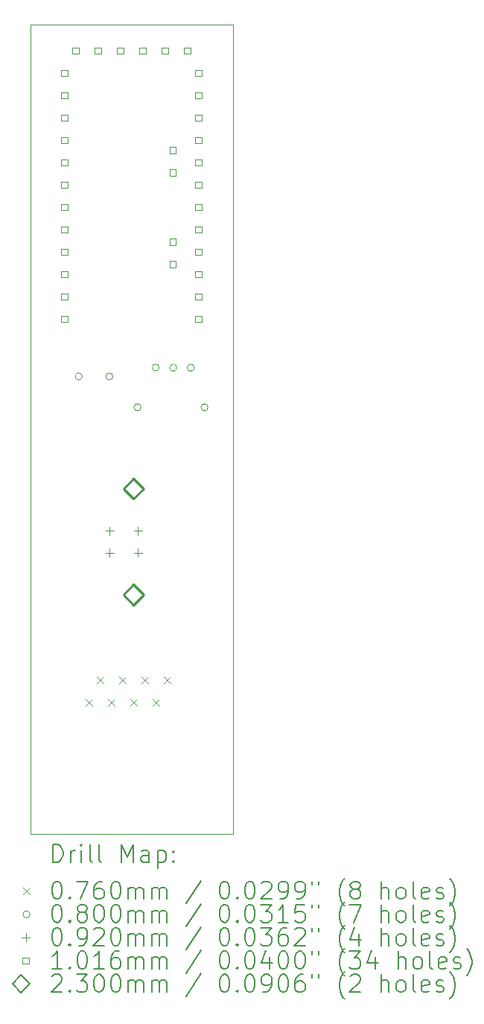
<source format=gbr>
%TF.GenerationSoftware,KiCad,Pcbnew,7.0.6*%
%TF.CreationDate,2023-10-29T14:41:25-05:00*%
%TF.ProjectId,Black Mage Eyes,426c6163-6b20-44d6-9167-652045796573,V01*%
%TF.SameCoordinates,Original*%
%TF.FileFunction,Drillmap*%
%TF.FilePolarity,Positive*%
%FSLAX45Y45*%
G04 Gerber Fmt 4.5, Leading zero omitted, Abs format (unit mm)*
G04 Created by KiCad (PCBNEW 7.0.6) date 2023-10-29 14:41:25*
%MOMM*%
%LPD*%
G01*
G04 APERTURE LIST*
%ADD10C,0.100000*%
%ADD11C,0.200000*%
%ADD12C,0.076000*%
%ADD13C,0.080000*%
%ADD14C,0.092000*%
%ADD15C,0.101600*%
%ADD16C,0.230000*%
G04 APERTURE END LIST*
D10*
X9977000Y-5000000D02*
X12277000Y-5000000D01*
X12277000Y-14200000D01*
X9977000Y-14200000D01*
X9977000Y-5000000D01*
D11*
D12*
X10606000Y-12666000D02*
X10682000Y-12742000D01*
X10682000Y-12666000D02*
X10606000Y-12742000D01*
X10733000Y-12412000D02*
X10809000Y-12488000D01*
X10809000Y-12412000D02*
X10733000Y-12488000D01*
X10860000Y-12666000D02*
X10936000Y-12742000D01*
X10936000Y-12666000D02*
X10860000Y-12742000D01*
X10987000Y-12412000D02*
X11063000Y-12488000D01*
X11063000Y-12412000D02*
X10987000Y-12488000D01*
X11114000Y-12666000D02*
X11190000Y-12742000D01*
X11190000Y-12666000D02*
X11114000Y-12742000D01*
X11241000Y-12412000D02*
X11317000Y-12488000D01*
X11317000Y-12412000D02*
X11241000Y-12488000D01*
X11368000Y-12666000D02*
X11444000Y-12742000D01*
X11444000Y-12666000D02*
X11368000Y-12742000D01*
X11495000Y-12412000D02*
X11571000Y-12488000D01*
X11571000Y-12412000D02*
X11495000Y-12488000D01*
D13*
X10565000Y-9000000D02*
G75*
G03*
X10565000Y-9000000I-40000J0D01*
G01*
X10915000Y-9000000D02*
G75*
G03*
X10915000Y-9000000I-40000J0D01*
G01*
X11234000Y-9350000D02*
G75*
G03*
X11234000Y-9350000I-40000J0D01*
G01*
X11440000Y-8900000D02*
G75*
G03*
X11440000Y-8900000I-40000J0D01*
G01*
X11640000Y-8900000D02*
G75*
G03*
X11640000Y-8900000I-40000J0D01*
G01*
X11840000Y-8900000D02*
G75*
G03*
X11840000Y-8900000I-40000J0D01*
G01*
X11996000Y-9350000D02*
G75*
G03*
X11996000Y-9350000I-40000J0D01*
G01*
D14*
X10879000Y-10706000D02*
X10879000Y-10798000D01*
X10833000Y-10752000D02*
X10925000Y-10752000D01*
X10879000Y-10956000D02*
X10879000Y-11048000D01*
X10833000Y-11002000D02*
X10925000Y-11002000D01*
X11199000Y-10706000D02*
X11199000Y-10798000D01*
X11153000Y-10752000D02*
X11245000Y-10752000D01*
X11199000Y-10956000D02*
X11199000Y-11048000D01*
X11153000Y-11002000D02*
X11245000Y-11002000D01*
D15*
X10400921Y-5589921D02*
X10400921Y-5518079D01*
X10329079Y-5518079D01*
X10329079Y-5589921D01*
X10400921Y-5589921D01*
X10400921Y-5843921D02*
X10400921Y-5772079D01*
X10329079Y-5772079D01*
X10329079Y-5843921D01*
X10400921Y-5843921D01*
X10400921Y-6097921D02*
X10400921Y-6026079D01*
X10329079Y-6026079D01*
X10329079Y-6097921D01*
X10400921Y-6097921D01*
X10400921Y-6351921D02*
X10400921Y-6280079D01*
X10329079Y-6280079D01*
X10329079Y-6351921D01*
X10400921Y-6351921D01*
X10400921Y-6605921D02*
X10400921Y-6534079D01*
X10329079Y-6534079D01*
X10329079Y-6605921D01*
X10400921Y-6605921D01*
X10400921Y-6859921D02*
X10400921Y-6788079D01*
X10329079Y-6788079D01*
X10329079Y-6859921D01*
X10400921Y-6859921D01*
X10400921Y-7113921D02*
X10400921Y-7042079D01*
X10329079Y-7042079D01*
X10329079Y-7113921D01*
X10400921Y-7113921D01*
X10400921Y-7367921D02*
X10400921Y-7296079D01*
X10329079Y-7296079D01*
X10329079Y-7367921D01*
X10400921Y-7367921D01*
X10400921Y-7621921D02*
X10400921Y-7550079D01*
X10329079Y-7550079D01*
X10329079Y-7621921D01*
X10400921Y-7621921D01*
X10400921Y-7875921D02*
X10400921Y-7804079D01*
X10329079Y-7804079D01*
X10329079Y-7875921D01*
X10400921Y-7875921D01*
X10400921Y-8129921D02*
X10400921Y-8058079D01*
X10329079Y-8058079D01*
X10329079Y-8129921D01*
X10400921Y-8129921D01*
X10400921Y-8383921D02*
X10400921Y-8312079D01*
X10329079Y-8312079D01*
X10329079Y-8383921D01*
X10400921Y-8383921D01*
X10527921Y-5335921D02*
X10527921Y-5264079D01*
X10456079Y-5264079D01*
X10456079Y-5335921D01*
X10527921Y-5335921D01*
X10781921Y-5335921D02*
X10781921Y-5264079D01*
X10710079Y-5264079D01*
X10710079Y-5335921D01*
X10781921Y-5335921D01*
X11035921Y-5335921D02*
X11035921Y-5264079D01*
X10964079Y-5264079D01*
X10964079Y-5335921D01*
X11035921Y-5335921D01*
X11289921Y-5335921D02*
X11289921Y-5264079D01*
X11218079Y-5264079D01*
X11218079Y-5335921D01*
X11289921Y-5335921D01*
X11543921Y-5335921D02*
X11543921Y-5264079D01*
X11472079Y-5264079D01*
X11472079Y-5335921D01*
X11543921Y-5335921D01*
X11632821Y-6466221D02*
X11632821Y-6394379D01*
X11560979Y-6394379D01*
X11560979Y-6466221D01*
X11632821Y-6466221D01*
X11632821Y-6720221D02*
X11632821Y-6648379D01*
X11560979Y-6648379D01*
X11560979Y-6720221D01*
X11632821Y-6720221D01*
X11632821Y-7507621D02*
X11632821Y-7435779D01*
X11560979Y-7435779D01*
X11560979Y-7507621D01*
X11632821Y-7507621D01*
X11632821Y-7761621D02*
X11632821Y-7689779D01*
X11560979Y-7689779D01*
X11560979Y-7761621D01*
X11632821Y-7761621D01*
X11797921Y-5335921D02*
X11797921Y-5264079D01*
X11726079Y-5264079D01*
X11726079Y-5335921D01*
X11797921Y-5335921D01*
X11924921Y-5589921D02*
X11924921Y-5518079D01*
X11853079Y-5518079D01*
X11853079Y-5589921D01*
X11924921Y-5589921D01*
X11924921Y-5843921D02*
X11924921Y-5772079D01*
X11853079Y-5772079D01*
X11853079Y-5843921D01*
X11924921Y-5843921D01*
X11924921Y-6097921D02*
X11924921Y-6026079D01*
X11853079Y-6026079D01*
X11853079Y-6097921D01*
X11924921Y-6097921D01*
X11924921Y-6351921D02*
X11924921Y-6280079D01*
X11853079Y-6280079D01*
X11853079Y-6351921D01*
X11924921Y-6351921D01*
X11924921Y-6605921D02*
X11924921Y-6534079D01*
X11853079Y-6534079D01*
X11853079Y-6605921D01*
X11924921Y-6605921D01*
X11924921Y-6859921D02*
X11924921Y-6788079D01*
X11853079Y-6788079D01*
X11853079Y-6859921D01*
X11924921Y-6859921D01*
X11924921Y-7113921D02*
X11924921Y-7042079D01*
X11853079Y-7042079D01*
X11853079Y-7113921D01*
X11924921Y-7113921D01*
X11924921Y-7367921D02*
X11924921Y-7296079D01*
X11853079Y-7296079D01*
X11853079Y-7367921D01*
X11924921Y-7367921D01*
X11924921Y-7621921D02*
X11924921Y-7550079D01*
X11853079Y-7550079D01*
X11853079Y-7621921D01*
X11924921Y-7621921D01*
X11924921Y-7875921D02*
X11924921Y-7804079D01*
X11853079Y-7804079D01*
X11853079Y-7875921D01*
X11924921Y-7875921D01*
X11924921Y-8129921D02*
X11924921Y-8058079D01*
X11853079Y-8058079D01*
X11853079Y-8129921D01*
X11924921Y-8129921D01*
X11924921Y-8383921D02*
X11924921Y-8312079D01*
X11853079Y-8312079D01*
X11853079Y-8383921D01*
X11924921Y-8383921D01*
D16*
X11150000Y-10390000D02*
X11265000Y-10275000D01*
X11150000Y-10160000D01*
X11035000Y-10275000D01*
X11150000Y-10390000D01*
X11150000Y-11594000D02*
X11265000Y-11479000D01*
X11150000Y-11364000D01*
X11035000Y-11479000D01*
X11150000Y-11594000D01*
D11*
X10232777Y-14516484D02*
X10232777Y-14316484D01*
X10232777Y-14316484D02*
X10280396Y-14316484D01*
X10280396Y-14316484D02*
X10308967Y-14326008D01*
X10308967Y-14326008D02*
X10328015Y-14345055D01*
X10328015Y-14345055D02*
X10337539Y-14364103D01*
X10337539Y-14364103D02*
X10347063Y-14402198D01*
X10347063Y-14402198D02*
X10347063Y-14430769D01*
X10347063Y-14430769D02*
X10337539Y-14468865D01*
X10337539Y-14468865D02*
X10328015Y-14487912D01*
X10328015Y-14487912D02*
X10308967Y-14506960D01*
X10308967Y-14506960D02*
X10280396Y-14516484D01*
X10280396Y-14516484D02*
X10232777Y-14516484D01*
X10432777Y-14516484D02*
X10432777Y-14383150D01*
X10432777Y-14421246D02*
X10442301Y-14402198D01*
X10442301Y-14402198D02*
X10451824Y-14392674D01*
X10451824Y-14392674D02*
X10470872Y-14383150D01*
X10470872Y-14383150D02*
X10489920Y-14383150D01*
X10556586Y-14516484D02*
X10556586Y-14383150D01*
X10556586Y-14316484D02*
X10547063Y-14326008D01*
X10547063Y-14326008D02*
X10556586Y-14335531D01*
X10556586Y-14335531D02*
X10566110Y-14326008D01*
X10566110Y-14326008D02*
X10556586Y-14316484D01*
X10556586Y-14316484D02*
X10556586Y-14335531D01*
X10680396Y-14516484D02*
X10661348Y-14506960D01*
X10661348Y-14506960D02*
X10651824Y-14487912D01*
X10651824Y-14487912D02*
X10651824Y-14316484D01*
X10785158Y-14516484D02*
X10766110Y-14506960D01*
X10766110Y-14506960D02*
X10756586Y-14487912D01*
X10756586Y-14487912D02*
X10756586Y-14316484D01*
X11013729Y-14516484D02*
X11013729Y-14316484D01*
X11013729Y-14316484D02*
X11080396Y-14459341D01*
X11080396Y-14459341D02*
X11147063Y-14316484D01*
X11147063Y-14316484D02*
X11147063Y-14516484D01*
X11328015Y-14516484D02*
X11328015Y-14411722D01*
X11328015Y-14411722D02*
X11318491Y-14392674D01*
X11318491Y-14392674D02*
X11299443Y-14383150D01*
X11299443Y-14383150D02*
X11261348Y-14383150D01*
X11261348Y-14383150D02*
X11242301Y-14392674D01*
X11328015Y-14506960D02*
X11308967Y-14516484D01*
X11308967Y-14516484D02*
X11261348Y-14516484D01*
X11261348Y-14516484D02*
X11242301Y-14506960D01*
X11242301Y-14506960D02*
X11232777Y-14487912D01*
X11232777Y-14487912D02*
X11232777Y-14468865D01*
X11232777Y-14468865D02*
X11242301Y-14449817D01*
X11242301Y-14449817D02*
X11261348Y-14440293D01*
X11261348Y-14440293D02*
X11308967Y-14440293D01*
X11308967Y-14440293D02*
X11328015Y-14430769D01*
X11423253Y-14383150D02*
X11423253Y-14583150D01*
X11423253Y-14392674D02*
X11442301Y-14383150D01*
X11442301Y-14383150D02*
X11480396Y-14383150D01*
X11480396Y-14383150D02*
X11499443Y-14392674D01*
X11499443Y-14392674D02*
X11508967Y-14402198D01*
X11508967Y-14402198D02*
X11518491Y-14421246D01*
X11518491Y-14421246D02*
X11518491Y-14478388D01*
X11518491Y-14478388D02*
X11508967Y-14497436D01*
X11508967Y-14497436D02*
X11499443Y-14506960D01*
X11499443Y-14506960D02*
X11480396Y-14516484D01*
X11480396Y-14516484D02*
X11442301Y-14516484D01*
X11442301Y-14516484D02*
X11423253Y-14506960D01*
X11604205Y-14497436D02*
X11613729Y-14506960D01*
X11613729Y-14506960D02*
X11604205Y-14516484D01*
X11604205Y-14516484D02*
X11594682Y-14506960D01*
X11594682Y-14506960D02*
X11604205Y-14497436D01*
X11604205Y-14497436D02*
X11604205Y-14516484D01*
X11604205Y-14392674D02*
X11613729Y-14402198D01*
X11613729Y-14402198D02*
X11604205Y-14411722D01*
X11604205Y-14411722D02*
X11594682Y-14402198D01*
X11594682Y-14402198D02*
X11604205Y-14392674D01*
X11604205Y-14392674D02*
X11604205Y-14411722D01*
D12*
X9896000Y-14807000D02*
X9972000Y-14883000D01*
X9972000Y-14807000D02*
X9896000Y-14883000D01*
D11*
X10270872Y-14736484D02*
X10289920Y-14736484D01*
X10289920Y-14736484D02*
X10308967Y-14746008D01*
X10308967Y-14746008D02*
X10318491Y-14755531D01*
X10318491Y-14755531D02*
X10328015Y-14774579D01*
X10328015Y-14774579D02*
X10337539Y-14812674D01*
X10337539Y-14812674D02*
X10337539Y-14860293D01*
X10337539Y-14860293D02*
X10328015Y-14898388D01*
X10328015Y-14898388D02*
X10318491Y-14917436D01*
X10318491Y-14917436D02*
X10308967Y-14926960D01*
X10308967Y-14926960D02*
X10289920Y-14936484D01*
X10289920Y-14936484D02*
X10270872Y-14936484D01*
X10270872Y-14936484D02*
X10251824Y-14926960D01*
X10251824Y-14926960D02*
X10242301Y-14917436D01*
X10242301Y-14917436D02*
X10232777Y-14898388D01*
X10232777Y-14898388D02*
X10223253Y-14860293D01*
X10223253Y-14860293D02*
X10223253Y-14812674D01*
X10223253Y-14812674D02*
X10232777Y-14774579D01*
X10232777Y-14774579D02*
X10242301Y-14755531D01*
X10242301Y-14755531D02*
X10251824Y-14746008D01*
X10251824Y-14746008D02*
X10270872Y-14736484D01*
X10423253Y-14917436D02*
X10432777Y-14926960D01*
X10432777Y-14926960D02*
X10423253Y-14936484D01*
X10423253Y-14936484D02*
X10413729Y-14926960D01*
X10413729Y-14926960D02*
X10423253Y-14917436D01*
X10423253Y-14917436D02*
X10423253Y-14936484D01*
X10499444Y-14736484D02*
X10632777Y-14736484D01*
X10632777Y-14736484D02*
X10547063Y-14936484D01*
X10794682Y-14736484D02*
X10756586Y-14736484D01*
X10756586Y-14736484D02*
X10737539Y-14746008D01*
X10737539Y-14746008D02*
X10728015Y-14755531D01*
X10728015Y-14755531D02*
X10708967Y-14784103D01*
X10708967Y-14784103D02*
X10699444Y-14822198D01*
X10699444Y-14822198D02*
X10699444Y-14898388D01*
X10699444Y-14898388D02*
X10708967Y-14917436D01*
X10708967Y-14917436D02*
X10718491Y-14926960D01*
X10718491Y-14926960D02*
X10737539Y-14936484D01*
X10737539Y-14936484D02*
X10775634Y-14936484D01*
X10775634Y-14936484D02*
X10794682Y-14926960D01*
X10794682Y-14926960D02*
X10804205Y-14917436D01*
X10804205Y-14917436D02*
X10813729Y-14898388D01*
X10813729Y-14898388D02*
X10813729Y-14850769D01*
X10813729Y-14850769D02*
X10804205Y-14831722D01*
X10804205Y-14831722D02*
X10794682Y-14822198D01*
X10794682Y-14822198D02*
X10775634Y-14812674D01*
X10775634Y-14812674D02*
X10737539Y-14812674D01*
X10737539Y-14812674D02*
X10718491Y-14822198D01*
X10718491Y-14822198D02*
X10708967Y-14831722D01*
X10708967Y-14831722D02*
X10699444Y-14850769D01*
X10937539Y-14736484D02*
X10956586Y-14736484D01*
X10956586Y-14736484D02*
X10975634Y-14746008D01*
X10975634Y-14746008D02*
X10985158Y-14755531D01*
X10985158Y-14755531D02*
X10994682Y-14774579D01*
X10994682Y-14774579D02*
X11004205Y-14812674D01*
X11004205Y-14812674D02*
X11004205Y-14860293D01*
X11004205Y-14860293D02*
X10994682Y-14898388D01*
X10994682Y-14898388D02*
X10985158Y-14917436D01*
X10985158Y-14917436D02*
X10975634Y-14926960D01*
X10975634Y-14926960D02*
X10956586Y-14936484D01*
X10956586Y-14936484D02*
X10937539Y-14936484D01*
X10937539Y-14936484D02*
X10918491Y-14926960D01*
X10918491Y-14926960D02*
X10908967Y-14917436D01*
X10908967Y-14917436D02*
X10899444Y-14898388D01*
X10899444Y-14898388D02*
X10889920Y-14860293D01*
X10889920Y-14860293D02*
X10889920Y-14812674D01*
X10889920Y-14812674D02*
X10899444Y-14774579D01*
X10899444Y-14774579D02*
X10908967Y-14755531D01*
X10908967Y-14755531D02*
X10918491Y-14746008D01*
X10918491Y-14746008D02*
X10937539Y-14736484D01*
X11089920Y-14936484D02*
X11089920Y-14803150D01*
X11089920Y-14822198D02*
X11099444Y-14812674D01*
X11099444Y-14812674D02*
X11118491Y-14803150D01*
X11118491Y-14803150D02*
X11147063Y-14803150D01*
X11147063Y-14803150D02*
X11166110Y-14812674D01*
X11166110Y-14812674D02*
X11175634Y-14831722D01*
X11175634Y-14831722D02*
X11175634Y-14936484D01*
X11175634Y-14831722D02*
X11185158Y-14812674D01*
X11185158Y-14812674D02*
X11204205Y-14803150D01*
X11204205Y-14803150D02*
X11232777Y-14803150D01*
X11232777Y-14803150D02*
X11251824Y-14812674D01*
X11251824Y-14812674D02*
X11261348Y-14831722D01*
X11261348Y-14831722D02*
X11261348Y-14936484D01*
X11356586Y-14936484D02*
X11356586Y-14803150D01*
X11356586Y-14822198D02*
X11366110Y-14812674D01*
X11366110Y-14812674D02*
X11385158Y-14803150D01*
X11385158Y-14803150D02*
X11413729Y-14803150D01*
X11413729Y-14803150D02*
X11432777Y-14812674D01*
X11432777Y-14812674D02*
X11442301Y-14831722D01*
X11442301Y-14831722D02*
X11442301Y-14936484D01*
X11442301Y-14831722D02*
X11451824Y-14812674D01*
X11451824Y-14812674D02*
X11470872Y-14803150D01*
X11470872Y-14803150D02*
X11499443Y-14803150D01*
X11499443Y-14803150D02*
X11518491Y-14812674D01*
X11518491Y-14812674D02*
X11528015Y-14831722D01*
X11528015Y-14831722D02*
X11528015Y-14936484D01*
X11918491Y-14726960D02*
X11747063Y-14984103D01*
X12175634Y-14736484D02*
X12194682Y-14736484D01*
X12194682Y-14736484D02*
X12213729Y-14746008D01*
X12213729Y-14746008D02*
X12223253Y-14755531D01*
X12223253Y-14755531D02*
X12232777Y-14774579D01*
X12232777Y-14774579D02*
X12242301Y-14812674D01*
X12242301Y-14812674D02*
X12242301Y-14860293D01*
X12242301Y-14860293D02*
X12232777Y-14898388D01*
X12232777Y-14898388D02*
X12223253Y-14917436D01*
X12223253Y-14917436D02*
X12213729Y-14926960D01*
X12213729Y-14926960D02*
X12194682Y-14936484D01*
X12194682Y-14936484D02*
X12175634Y-14936484D01*
X12175634Y-14936484D02*
X12156586Y-14926960D01*
X12156586Y-14926960D02*
X12147063Y-14917436D01*
X12147063Y-14917436D02*
X12137539Y-14898388D01*
X12137539Y-14898388D02*
X12128015Y-14860293D01*
X12128015Y-14860293D02*
X12128015Y-14812674D01*
X12128015Y-14812674D02*
X12137539Y-14774579D01*
X12137539Y-14774579D02*
X12147063Y-14755531D01*
X12147063Y-14755531D02*
X12156586Y-14746008D01*
X12156586Y-14746008D02*
X12175634Y-14736484D01*
X12328015Y-14917436D02*
X12337539Y-14926960D01*
X12337539Y-14926960D02*
X12328015Y-14936484D01*
X12328015Y-14936484D02*
X12318491Y-14926960D01*
X12318491Y-14926960D02*
X12328015Y-14917436D01*
X12328015Y-14917436D02*
X12328015Y-14936484D01*
X12461348Y-14736484D02*
X12480396Y-14736484D01*
X12480396Y-14736484D02*
X12499444Y-14746008D01*
X12499444Y-14746008D02*
X12508967Y-14755531D01*
X12508967Y-14755531D02*
X12518491Y-14774579D01*
X12518491Y-14774579D02*
X12528015Y-14812674D01*
X12528015Y-14812674D02*
X12528015Y-14860293D01*
X12528015Y-14860293D02*
X12518491Y-14898388D01*
X12518491Y-14898388D02*
X12508967Y-14917436D01*
X12508967Y-14917436D02*
X12499444Y-14926960D01*
X12499444Y-14926960D02*
X12480396Y-14936484D01*
X12480396Y-14936484D02*
X12461348Y-14936484D01*
X12461348Y-14936484D02*
X12442301Y-14926960D01*
X12442301Y-14926960D02*
X12432777Y-14917436D01*
X12432777Y-14917436D02*
X12423253Y-14898388D01*
X12423253Y-14898388D02*
X12413729Y-14860293D01*
X12413729Y-14860293D02*
X12413729Y-14812674D01*
X12413729Y-14812674D02*
X12423253Y-14774579D01*
X12423253Y-14774579D02*
X12432777Y-14755531D01*
X12432777Y-14755531D02*
X12442301Y-14746008D01*
X12442301Y-14746008D02*
X12461348Y-14736484D01*
X12604206Y-14755531D02*
X12613729Y-14746008D01*
X12613729Y-14746008D02*
X12632777Y-14736484D01*
X12632777Y-14736484D02*
X12680396Y-14736484D01*
X12680396Y-14736484D02*
X12699444Y-14746008D01*
X12699444Y-14746008D02*
X12708967Y-14755531D01*
X12708967Y-14755531D02*
X12718491Y-14774579D01*
X12718491Y-14774579D02*
X12718491Y-14793627D01*
X12718491Y-14793627D02*
X12708967Y-14822198D01*
X12708967Y-14822198D02*
X12594682Y-14936484D01*
X12594682Y-14936484D02*
X12718491Y-14936484D01*
X12813729Y-14936484D02*
X12851825Y-14936484D01*
X12851825Y-14936484D02*
X12870872Y-14926960D01*
X12870872Y-14926960D02*
X12880396Y-14917436D01*
X12880396Y-14917436D02*
X12899444Y-14888865D01*
X12899444Y-14888865D02*
X12908967Y-14850769D01*
X12908967Y-14850769D02*
X12908967Y-14774579D01*
X12908967Y-14774579D02*
X12899444Y-14755531D01*
X12899444Y-14755531D02*
X12889920Y-14746008D01*
X12889920Y-14746008D02*
X12870872Y-14736484D01*
X12870872Y-14736484D02*
X12832777Y-14736484D01*
X12832777Y-14736484D02*
X12813729Y-14746008D01*
X12813729Y-14746008D02*
X12804206Y-14755531D01*
X12804206Y-14755531D02*
X12794682Y-14774579D01*
X12794682Y-14774579D02*
X12794682Y-14822198D01*
X12794682Y-14822198D02*
X12804206Y-14841246D01*
X12804206Y-14841246D02*
X12813729Y-14850769D01*
X12813729Y-14850769D02*
X12832777Y-14860293D01*
X12832777Y-14860293D02*
X12870872Y-14860293D01*
X12870872Y-14860293D02*
X12889920Y-14850769D01*
X12889920Y-14850769D02*
X12899444Y-14841246D01*
X12899444Y-14841246D02*
X12908967Y-14822198D01*
X13004206Y-14936484D02*
X13042301Y-14936484D01*
X13042301Y-14936484D02*
X13061348Y-14926960D01*
X13061348Y-14926960D02*
X13070872Y-14917436D01*
X13070872Y-14917436D02*
X13089920Y-14888865D01*
X13089920Y-14888865D02*
X13099444Y-14850769D01*
X13099444Y-14850769D02*
X13099444Y-14774579D01*
X13099444Y-14774579D02*
X13089920Y-14755531D01*
X13089920Y-14755531D02*
X13080396Y-14746008D01*
X13080396Y-14746008D02*
X13061348Y-14736484D01*
X13061348Y-14736484D02*
X13023253Y-14736484D01*
X13023253Y-14736484D02*
X13004206Y-14746008D01*
X13004206Y-14746008D02*
X12994682Y-14755531D01*
X12994682Y-14755531D02*
X12985158Y-14774579D01*
X12985158Y-14774579D02*
X12985158Y-14822198D01*
X12985158Y-14822198D02*
X12994682Y-14841246D01*
X12994682Y-14841246D02*
X13004206Y-14850769D01*
X13004206Y-14850769D02*
X13023253Y-14860293D01*
X13023253Y-14860293D02*
X13061348Y-14860293D01*
X13061348Y-14860293D02*
X13080396Y-14850769D01*
X13080396Y-14850769D02*
X13089920Y-14841246D01*
X13089920Y-14841246D02*
X13099444Y-14822198D01*
X13175634Y-14736484D02*
X13175634Y-14774579D01*
X13251825Y-14736484D02*
X13251825Y-14774579D01*
X13547063Y-15012674D02*
X13537539Y-15003150D01*
X13537539Y-15003150D02*
X13518491Y-14974579D01*
X13518491Y-14974579D02*
X13508968Y-14955531D01*
X13508968Y-14955531D02*
X13499444Y-14926960D01*
X13499444Y-14926960D02*
X13489920Y-14879341D01*
X13489920Y-14879341D02*
X13489920Y-14841246D01*
X13489920Y-14841246D02*
X13499444Y-14793627D01*
X13499444Y-14793627D02*
X13508968Y-14765055D01*
X13508968Y-14765055D02*
X13518491Y-14746008D01*
X13518491Y-14746008D02*
X13537539Y-14717436D01*
X13537539Y-14717436D02*
X13547063Y-14707912D01*
X13651825Y-14822198D02*
X13632777Y-14812674D01*
X13632777Y-14812674D02*
X13623253Y-14803150D01*
X13623253Y-14803150D02*
X13613729Y-14784103D01*
X13613729Y-14784103D02*
X13613729Y-14774579D01*
X13613729Y-14774579D02*
X13623253Y-14755531D01*
X13623253Y-14755531D02*
X13632777Y-14746008D01*
X13632777Y-14746008D02*
X13651825Y-14736484D01*
X13651825Y-14736484D02*
X13689920Y-14736484D01*
X13689920Y-14736484D02*
X13708968Y-14746008D01*
X13708968Y-14746008D02*
X13718491Y-14755531D01*
X13718491Y-14755531D02*
X13728015Y-14774579D01*
X13728015Y-14774579D02*
X13728015Y-14784103D01*
X13728015Y-14784103D02*
X13718491Y-14803150D01*
X13718491Y-14803150D02*
X13708968Y-14812674D01*
X13708968Y-14812674D02*
X13689920Y-14822198D01*
X13689920Y-14822198D02*
X13651825Y-14822198D01*
X13651825Y-14822198D02*
X13632777Y-14831722D01*
X13632777Y-14831722D02*
X13623253Y-14841246D01*
X13623253Y-14841246D02*
X13613729Y-14860293D01*
X13613729Y-14860293D02*
X13613729Y-14898388D01*
X13613729Y-14898388D02*
X13623253Y-14917436D01*
X13623253Y-14917436D02*
X13632777Y-14926960D01*
X13632777Y-14926960D02*
X13651825Y-14936484D01*
X13651825Y-14936484D02*
X13689920Y-14936484D01*
X13689920Y-14936484D02*
X13708968Y-14926960D01*
X13708968Y-14926960D02*
X13718491Y-14917436D01*
X13718491Y-14917436D02*
X13728015Y-14898388D01*
X13728015Y-14898388D02*
X13728015Y-14860293D01*
X13728015Y-14860293D02*
X13718491Y-14841246D01*
X13718491Y-14841246D02*
X13708968Y-14831722D01*
X13708968Y-14831722D02*
X13689920Y-14822198D01*
X13966110Y-14936484D02*
X13966110Y-14736484D01*
X14051825Y-14936484D02*
X14051825Y-14831722D01*
X14051825Y-14831722D02*
X14042301Y-14812674D01*
X14042301Y-14812674D02*
X14023253Y-14803150D01*
X14023253Y-14803150D02*
X13994682Y-14803150D01*
X13994682Y-14803150D02*
X13975634Y-14812674D01*
X13975634Y-14812674D02*
X13966110Y-14822198D01*
X14175634Y-14936484D02*
X14156587Y-14926960D01*
X14156587Y-14926960D02*
X14147063Y-14917436D01*
X14147063Y-14917436D02*
X14137539Y-14898388D01*
X14137539Y-14898388D02*
X14137539Y-14841246D01*
X14137539Y-14841246D02*
X14147063Y-14822198D01*
X14147063Y-14822198D02*
X14156587Y-14812674D01*
X14156587Y-14812674D02*
X14175634Y-14803150D01*
X14175634Y-14803150D02*
X14204206Y-14803150D01*
X14204206Y-14803150D02*
X14223253Y-14812674D01*
X14223253Y-14812674D02*
X14232777Y-14822198D01*
X14232777Y-14822198D02*
X14242301Y-14841246D01*
X14242301Y-14841246D02*
X14242301Y-14898388D01*
X14242301Y-14898388D02*
X14232777Y-14917436D01*
X14232777Y-14917436D02*
X14223253Y-14926960D01*
X14223253Y-14926960D02*
X14204206Y-14936484D01*
X14204206Y-14936484D02*
X14175634Y-14936484D01*
X14356587Y-14936484D02*
X14337539Y-14926960D01*
X14337539Y-14926960D02*
X14328015Y-14907912D01*
X14328015Y-14907912D02*
X14328015Y-14736484D01*
X14508968Y-14926960D02*
X14489920Y-14936484D01*
X14489920Y-14936484D02*
X14451825Y-14936484D01*
X14451825Y-14936484D02*
X14432777Y-14926960D01*
X14432777Y-14926960D02*
X14423253Y-14907912D01*
X14423253Y-14907912D02*
X14423253Y-14831722D01*
X14423253Y-14831722D02*
X14432777Y-14812674D01*
X14432777Y-14812674D02*
X14451825Y-14803150D01*
X14451825Y-14803150D02*
X14489920Y-14803150D01*
X14489920Y-14803150D02*
X14508968Y-14812674D01*
X14508968Y-14812674D02*
X14518491Y-14831722D01*
X14518491Y-14831722D02*
X14518491Y-14850769D01*
X14518491Y-14850769D02*
X14423253Y-14869817D01*
X14594682Y-14926960D02*
X14613730Y-14936484D01*
X14613730Y-14936484D02*
X14651825Y-14936484D01*
X14651825Y-14936484D02*
X14670872Y-14926960D01*
X14670872Y-14926960D02*
X14680396Y-14907912D01*
X14680396Y-14907912D02*
X14680396Y-14898388D01*
X14680396Y-14898388D02*
X14670872Y-14879341D01*
X14670872Y-14879341D02*
X14651825Y-14869817D01*
X14651825Y-14869817D02*
X14623253Y-14869817D01*
X14623253Y-14869817D02*
X14604206Y-14860293D01*
X14604206Y-14860293D02*
X14594682Y-14841246D01*
X14594682Y-14841246D02*
X14594682Y-14831722D01*
X14594682Y-14831722D02*
X14604206Y-14812674D01*
X14604206Y-14812674D02*
X14623253Y-14803150D01*
X14623253Y-14803150D02*
X14651825Y-14803150D01*
X14651825Y-14803150D02*
X14670872Y-14812674D01*
X14747063Y-15012674D02*
X14756587Y-15003150D01*
X14756587Y-15003150D02*
X14775634Y-14974579D01*
X14775634Y-14974579D02*
X14785158Y-14955531D01*
X14785158Y-14955531D02*
X14794682Y-14926960D01*
X14794682Y-14926960D02*
X14804206Y-14879341D01*
X14804206Y-14879341D02*
X14804206Y-14841246D01*
X14804206Y-14841246D02*
X14794682Y-14793627D01*
X14794682Y-14793627D02*
X14785158Y-14765055D01*
X14785158Y-14765055D02*
X14775634Y-14746008D01*
X14775634Y-14746008D02*
X14756587Y-14717436D01*
X14756587Y-14717436D02*
X14747063Y-14707912D01*
D13*
X9972000Y-15109000D02*
G75*
G03*
X9972000Y-15109000I-40000J0D01*
G01*
D11*
X10270872Y-15000484D02*
X10289920Y-15000484D01*
X10289920Y-15000484D02*
X10308967Y-15010008D01*
X10308967Y-15010008D02*
X10318491Y-15019531D01*
X10318491Y-15019531D02*
X10328015Y-15038579D01*
X10328015Y-15038579D02*
X10337539Y-15076674D01*
X10337539Y-15076674D02*
X10337539Y-15124293D01*
X10337539Y-15124293D02*
X10328015Y-15162388D01*
X10328015Y-15162388D02*
X10318491Y-15181436D01*
X10318491Y-15181436D02*
X10308967Y-15190960D01*
X10308967Y-15190960D02*
X10289920Y-15200484D01*
X10289920Y-15200484D02*
X10270872Y-15200484D01*
X10270872Y-15200484D02*
X10251824Y-15190960D01*
X10251824Y-15190960D02*
X10242301Y-15181436D01*
X10242301Y-15181436D02*
X10232777Y-15162388D01*
X10232777Y-15162388D02*
X10223253Y-15124293D01*
X10223253Y-15124293D02*
X10223253Y-15076674D01*
X10223253Y-15076674D02*
X10232777Y-15038579D01*
X10232777Y-15038579D02*
X10242301Y-15019531D01*
X10242301Y-15019531D02*
X10251824Y-15010008D01*
X10251824Y-15010008D02*
X10270872Y-15000484D01*
X10423253Y-15181436D02*
X10432777Y-15190960D01*
X10432777Y-15190960D02*
X10423253Y-15200484D01*
X10423253Y-15200484D02*
X10413729Y-15190960D01*
X10413729Y-15190960D02*
X10423253Y-15181436D01*
X10423253Y-15181436D02*
X10423253Y-15200484D01*
X10547063Y-15086198D02*
X10528015Y-15076674D01*
X10528015Y-15076674D02*
X10518491Y-15067150D01*
X10518491Y-15067150D02*
X10508967Y-15048103D01*
X10508967Y-15048103D02*
X10508967Y-15038579D01*
X10508967Y-15038579D02*
X10518491Y-15019531D01*
X10518491Y-15019531D02*
X10528015Y-15010008D01*
X10528015Y-15010008D02*
X10547063Y-15000484D01*
X10547063Y-15000484D02*
X10585158Y-15000484D01*
X10585158Y-15000484D02*
X10604205Y-15010008D01*
X10604205Y-15010008D02*
X10613729Y-15019531D01*
X10613729Y-15019531D02*
X10623253Y-15038579D01*
X10623253Y-15038579D02*
X10623253Y-15048103D01*
X10623253Y-15048103D02*
X10613729Y-15067150D01*
X10613729Y-15067150D02*
X10604205Y-15076674D01*
X10604205Y-15076674D02*
X10585158Y-15086198D01*
X10585158Y-15086198D02*
X10547063Y-15086198D01*
X10547063Y-15086198D02*
X10528015Y-15095722D01*
X10528015Y-15095722D02*
X10518491Y-15105246D01*
X10518491Y-15105246D02*
X10508967Y-15124293D01*
X10508967Y-15124293D02*
X10508967Y-15162388D01*
X10508967Y-15162388D02*
X10518491Y-15181436D01*
X10518491Y-15181436D02*
X10528015Y-15190960D01*
X10528015Y-15190960D02*
X10547063Y-15200484D01*
X10547063Y-15200484D02*
X10585158Y-15200484D01*
X10585158Y-15200484D02*
X10604205Y-15190960D01*
X10604205Y-15190960D02*
X10613729Y-15181436D01*
X10613729Y-15181436D02*
X10623253Y-15162388D01*
X10623253Y-15162388D02*
X10623253Y-15124293D01*
X10623253Y-15124293D02*
X10613729Y-15105246D01*
X10613729Y-15105246D02*
X10604205Y-15095722D01*
X10604205Y-15095722D02*
X10585158Y-15086198D01*
X10747063Y-15000484D02*
X10766110Y-15000484D01*
X10766110Y-15000484D02*
X10785158Y-15010008D01*
X10785158Y-15010008D02*
X10794682Y-15019531D01*
X10794682Y-15019531D02*
X10804205Y-15038579D01*
X10804205Y-15038579D02*
X10813729Y-15076674D01*
X10813729Y-15076674D02*
X10813729Y-15124293D01*
X10813729Y-15124293D02*
X10804205Y-15162388D01*
X10804205Y-15162388D02*
X10794682Y-15181436D01*
X10794682Y-15181436D02*
X10785158Y-15190960D01*
X10785158Y-15190960D02*
X10766110Y-15200484D01*
X10766110Y-15200484D02*
X10747063Y-15200484D01*
X10747063Y-15200484D02*
X10728015Y-15190960D01*
X10728015Y-15190960D02*
X10718491Y-15181436D01*
X10718491Y-15181436D02*
X10708967Y-15162388D01*
X10708967Y-15162388D02*
X10699444Y-15124293D01*
X10699444Y-15124293D02*
X10699444Y-15076674D01*
X10699444Y-15076674D02*
X10708967Y-15038579D01*
X10708967Y-15038579D02*
X10718491Y-15019531D01*
X10718491Y-15019531D02*
X10728015Y-15010008D01*
X10728015Y-15010008D02*
X10747063Y-15000484D01*
X10937539Y-15000484D02*
X10956586Y-15000484D01*
X10956586Y-15000484D02*
X10975634Y-15010008D01*
X10975634Y-15010008D02*
X10985158Y-15019531D01*
X10985158Y-15019531D02*
X10994682Y-15038579D01*
X10994682Y-15038579D02*
X11004205Y-15076674D01*
X11004205Y-15076674D02*
X11004205Y-15124293D01*
X11004205Y-15124293D02*
X10994682Y-15162388D01*
X10994682Y-15162388D02*
X10985158Y-15181436D01*
X10985158Y-15181436D02*
X10975634Y-15190960D01*
X10975634Y-15190960D02*
X10956586Y-15200484D01*
X10956586Y-15200484D02*
X10937539Y-15200484D01*
X10937539Y-15200484D02*
X10918491Y-15190960D01*
X10918491Y-15190960D02*
X10908967Y-15181436D01*
X10908967Y-15181436D02*
X10899444Y-15162388D01*
X10899444Y-15162388D02*
X10889920Y-15124293D01*
X10889920Y-15124293D02*
X10889920Y-15076674D01*
X10889920Y-15076674D02*
X10899444Y-15038579D01*
X10899444Y-15038579D02*
X10908967Y-15019531D01*
X10908967Y-15019531D02*
X10918491Y-15010008D01*
X10918491Y-15010008D02*
X10937539Y-15000484D01*
X11089920Y-15200484D02*
X11089920Y-15067150D01*
X11089920Y-15086198D02*
X11099444Y-15076674D01*
X11099444Y-15076674D02*
X11118491Y-15067150D01*
X11118491Y-15067150D02*
X11147063Y-15067150D01*
X11147063Y-15067150D02*
X11166110Y-15076674D01*
X11166110Y-15076674D02*
X11175634Y-15095722D01*
X11175634Y-15095722D02*
X11175634Y-15200484D01*
X11175634Y-15095722D02*
X11185158Y-15076674D01*
X11185158Y-15076674D02*
X11204205Y-15067150D01*
X11204205Y-15067150D02*
X11232777Y-15067150D01*
X11232777Y-15067150D02*
X11251824Y-15076674D01*
X11251824Y-15076674D02*
X11261348Y-15095722D01*
X11261348Y-15095722D02*
X11261348Y-15200484D01*
X11356586Y-15200484D02*
X11356586Y-15067150D01*
X11356586Y-15086198D02*
X11366110Y-15076674D01*
X11366110Y-15076674D02*
X11385158Y-15067150D01*
X11385158Y-15067150D02*
X11413729Y-15067150D01*
X11413729Y-15067150D02*
X11432777Y-15076674D01*
X11432777Y-15076674D02*
X11442301Y-15095722D01*
X11442301Y-15095722D02*
X11442301Y-15200484D01*
X11442301Y-15095722D02*
X11451824Y-15076674D01*
X11451824Y-15076674D02*
X11470872Y-15067150D01*
X11470872Y-15067150D02*
X11499443Y-15067150D01*
X11499443Y-15067150D02*
X11518491Y-15076674D01*
X11518491Y-15076674D02*
X11528015Y-15095722D01*
X11528015Y-15095722D02*
X11528015Y-15200484D01*
X11918491Y-14990960D02*
X11747063Y-15248103D01*
X12175634Y-15000484D02*
X12194682Y-15000484D01*
X12194682Y-15000484D02*
X12213729Y-15010008D01*
X12213729Y-15010008D02*
X12223253Y-15019531D01*
X12223253Y-15019531D02*
X12232777Y-15038579D01*
X12232777Y-15038579D02*
X12242301Y-15076674D01*
X12242301Y-15076674D02*
X12242301Y-15124293D01*
X12242301Y-15124293D02*
X12232777Y-15162388D01*
X12232777Y-15162388D02*
X12223253Y-15181436D01*
X12223253Y-15181436D02*
X12213729Y-15190960D01*
X12213729Y-15190960D02*
X12194682Y-15200484D01*
X12194682Y-15200484D02*
X12175634Y-15200484D01*
X12175634Y-15200484D02*
X12156586Y-15190960D01*
X12156586Y-15190960D02*
X12147063Y-15181436D01*
X12147063Y-15181436D02*
X12137539Y-15162388D01*
X12137539Y-15162388D02*
X12128015Y-15124293D01*
X12128015Y-15124293D02*
X12128015Y-15076674D01*
X12128015Y-15076674D02*
X12137539Y-15038579D01*
X12137539Y-15038579D02*
X12147063Y-15019531D01*
X12147063Y-15019531D02*
X12156586Y-15010008D01*
X12156586Y-15010008D02*
X12175634Y-15000484D01*
X12328015Y-15181436D02*
X12337539Y-15190960D01*
X12337539Y-15190960D02*
X12328015Y-15200484D01*
X12328015Y-15200484D02*
X12318491Y-15190960D01*
X12318491Y-15190960D02*
X12328015Y-15181436D01*
X12328015Y-15181436D02*
X12328015Y-15200484D01*
X12461348Y-15000484D02*
X12480396Y-15000484D01*
X12480396Y-15000484D02*
X12499444Y-15010008D01*
X12499444Y-15010008D02*
X12508967Y-15019531D01*
X12508967Y-15019531D02*
X12518491Y-15038579D01*
X12518491Y-15038579D02*
X12528015Y-15076674D01*
X12528015Y-15076674D02*
X12528015Y-15124293D01*
X12528015Y-15124293D02*
X12518491Y-15162388D01*
X12518491Y-15162388D02*
X12508967Y-15181436D01*
X12508967Y-15181436D02*
X12499444Y-15190960D01*
X12499444Y-15190960D02*
X12480396Y-15200484D01*
X12480396Y-15200484D02*
X12461348Y-15200484D01*
X12461348Y-15200484D02*
X12442301Y-15190960D01*
X12442301Y-15190960D02*
X12432777Y-15181436D01*
X12432777Y-15181436D02*
X12423253Y-15162388D01*
X12423253Y-15162388D02*
X12413729Y-15124293D01*
X12413729Y-15124293D02*
X12413729Y-15076674D01*
X12413729Y-15076674D02*
X12423253Y-15038579D01*
X12423253Y-15038579D02*
X12432777Y-15019531D01*
X12432777Y-15019531D02*
X12442301Y-15010008D01*
X12442301Y-15010008D02*
X12461348Y-15000484D01*
X12594682Y-15000484D02*
X12718491Y-15000484D01*
X12718491Y-15000484D02*
X12651825Y-15076674D01*
X12651825Y-15076674D02*
X12680396Y-15076674D01*
X12680396Y-15076674D02*
X12699444Y-15086198D01*
X12699444Y-15086198D02*
X12708967Y-15095722D01*
X12708967Y-15095722D02*
X12718491Y-15114769D01*
X12718491Y-15114769D02*
X12718491Y-15162388D01*
X12718491Y-15162388D02*
X12708967Y-15181436D01*
X12708967Y-15181436D02*
X12699444Y-15190960D01*
X12699444Y-15190960D02*
X12680396Y-15200484D01*
X12680396Y-15200484D02*
X12623253Y-15200484D01*
X12623253Y-15200484D02*
X12604206Y-15190960D01*
X12604206Y-15190960D02*
X12594682Y-15181436D01*
X12908967Y-15200484D02*
X12794682Y-15200484D01*
X12851825Y-15200484D02*
X12851825Y-15000484D01*
X12851825Y-15000484D02*
X12832777Y-15029055D01*
X12832777Y-15029055D02*
X12813729Y-15048103D01*
X12813729Y-15048103D02*
X12794682Y-15057627D01*
X13089920Y-15000484D02*
X12994682Y-15000484D01*
X12994682Y-15000484D02*
X12985158Y-15095722D01*
X12985158Y-15095722D02*
X12994682Y-15086198D01*
X12994682Y-15086198D02*
X13013729Y-15076674D01*
X13013729Y-15076674D02*
X13061348Y-15076674D01*
X13061348Y-15076674D02*
X13080396Y-15086198D01*
X13080396Y-15086198D02*
X13089920Y-15095722D01*
X13089920Y-15095722D02*
X13099444Y-15114769D01*
X13099444Y-15114769D02*
X13099444Y-15162388D01*
X13099444Y-15162388D02*
X13089920Y-15181436D01*
X13089920Y-15181436D02*
X13080396Y-15190960D01*
X13080396Y-15190960D02*
X13061348Y-15200484D01*
X13061348Y-15200484D02*
X13013729Y-15200484D01*
X13013729Y-15200484D02*
X12994682Y-15190960D01*
X12994682Y-15190960D02*
X12985158Y-15181436D01*
X13175634Y-15000484D02*
X13175634Y-15038579D01*
X13251825Y-15000484D02*
X13251825Y-15038579D01*
X13547063Y-15276674D02*
X13537539Y-15267150D01*
X13537539Y-15267150D02*
X13518491Y-15238579D01*
X13518491Y-15238579D02*
X13508968Y-15219531D01*
X13508968Y-15219531D02*
X13499444Y-15190960D01*
X13499444Y-15190960D02*
X13489920Y-15143341D01*
X13489920Y-15143341D02*
X13489920Y-15105246D01*
X13489920Y-15105246D02*
X13499444Y-15057627D01*
X13499444Y-15057627D02*
X13508968Y-15029055D01*
X13508968Y-15029055D02*
X13518491Y-15010008D01*
X13518491Y-15010008D02*
X13537539Y-14981436D01*
X13537539Y-14981436D02*
X13547063Y-14971912D01*
X13604206Y-15000484D02*
X13737539Y-15000484D01*
X13737539Y-15000484D02*
X13651825Y-15200484D01*
X13966110Y-15200484D02*
X13966110Y-15000484D01*
X14051825Y-15200484D02*
X14051825Y-15095722D01*
X14051825Y-15095722D02*
X14042301Y-15076674D01*
X14042301Y-15076674D02*
X14023253Y-15067150D01*
X14023253Y-15067150D02*
X13994682Y-15067150D01*
X13994682Y-15067150D02*
X13975634Y-15076674D01*
X13975634Y-15076674D02*
X13966110Y-15086198D01*
X14175634Y-15200484D02*
X14156587Y-15190960D01*
X14156587Y-15190960D02*
X14147063Y-15181436D01*
X14147063Y-15181436D02*
X14137539Y-15162388D01*
X14137539Y-15162388D02*
X14137539Y-15105246D01*
X14137539Y-15105246D02*
X14147063Y-15086198D01*
X14147063Y-15086198D02*
X14156587Y-15076674D01*
X14156587Y-15076674D02*
X14175634Y-15067150D01*
X14175634Y-15067150D02*
X14204206Y-15067150D01*
X14204206Y-15067150D02*
X14223253Y-15076674D01*
X14223253Y-15076674D02*
X14232777Y-15086198D01*
X14232777Y-15086198D02*
X14242301Y-15105246D01*
X14242301Y-15105246D02*
X14242301Y-15162388D01*
X14242301Y-15162388D02*
X14232777Y-15181436D01*
X14232777Y-15181436D02*
X14223253Y-15190960D01*
X14223253Y-15190960D02*
X14204206Y-15200484D01*
X14204206Y-15200484D02*
X14175634Y-15200484D01*
X14356587Y-15200484D02*
X14337539Y-15190960D01*
X14337539Y-15190960D02*
X14328015Y-15171912D01*
X14328015Y-15171912D02*
X14328015Y-15000484D01*
X14508968Y-15190960D02*
X14489920Y-15200484D01*
X14489920Y-15200484D02*
X14451825Y-15200484D01*
X14451825Y-15200484D02*
X14432777Y-15190960D01*
X14432777Y-15190960D02*
X14423253Y-15171912D01*
X14423253Y-15171912D02*
X14423253Y-15095722D01*
X14423253Y-15095722D02*
X14432777Y-15076674D01*
X14432777Y-15076674D02*
X14451825Y-15067150D01*
X14451825Y-15067150D02*
X14489920Y-15067150D01*
X14489920Y-15067150D02*
X14508968Y-15076674D01*
X14508968Y-15076674D02*
X14518491Y-15095722D01*
X14518491Y-15095722D02*
X14518491Y-15114769D01*
X14518491Y-15114769D02*
X14423253Y-15133817D01*
X14594682Y-15190960D02*
X14613730Y-15200484D01*
X14613730Y-15200484D02*
X14651825Y-15200484D01*
X14651825Y-15200484D02*
X14670872Y-15190960D01*
X14670872Y-15190960D02*
X14680396Y-15171912D01*
X14680396Y-15171912D02*
X14680396Y-15162388D01*
X14680396Y-15162388D02*
X14670872Y-15143341D01*
X14670872Y-15143341D02*
X14651825Y-15133817D01*
X14651825Y-15133817D02*
X14623253Y-15133817D01*
X14623253Y-15133817D02*
X14604206Y-15124293D01*
X14604206Y-15124293D02*
X14594682Y-15105246D01*
X14594682Y-15105246D02*
X14594682Y-15095722D01*
X14594682Y-15095722D02*
X14604206Y-15076674D01*
X14604206Y-15076674D02*
X14623253Y-15067150D01*
X14623253Y-15067150D02*
X14651825Y-15067150D01*
X14651825Y-15067150D02*
X14670872Y-15076674D01*
X14747063Y-15276674D02*
X14756587Y-15267150D01*
X14756587Y-15267150D02*
X14775634Y-15238579D01*
X14775634Y-15238579D02*
X14785158Y-15219531D01*
X14785158Y-15219531D02*
X14794682Y-15190960D01*
X14794682Y-15190960D02*
X14804206Y-15143341D01*
X14804206Y-15143341D02*
X14804206Y-15105246D01*
X14804206Y-15105246D02*
X14794682Y-15057627D01*
X14794682Y-15057627D02*
X14785158Y-15029055D01*
X14785158Y-15029055D02*
X14775634Y-15010008D01*
X14775634Y-15010008D02*
X14756587Y-14981436D01*
X14756587Y-14981436D02*
X14747063Y-14971912D01*
D14*
X9926000Y-15327000D02*
X9926000Y-15419000D01*
X9880000Y-15373000D02*
X9972000Y-15373000D01*
D11*
X10270872Y-15264484D02*
X10289920Y-15264484D01*
X10289920Y-15264484D02*
X10308967Y-15274008D01*
X10308967Y-15274008D02*
X10318491Y-15283531D01*
X10318491Y-15283531D02*
X10328015Y-15302579D01*
X10328015Y-15302579D02*
X10337539Y-15340674D01*
X10337539Y-15340674D02*
X10337539Y-15388293D01*
X10337539Y-15388293D02*
X10328015Y-15426388D01*
X10328015Y-15426388D02*
X10318491Y-15445436D01*
X10318491Y-15445436D02*
X10308967Y-15454960D01*
X10308967Y-15454960D02*
X10289920Y-15464484D01*
X10289920Y-15464484D02*
X10270872Y-15464484D01*
X10270872Y-15464484D02*
X10251824Y-15454960D01*
X10251824Y-15454960D02*
X10242301Y-15445436D01*
X10242301Y-15445436D02*
X10232777Y-15426388D01*
X10232777Y-15426388D02*
X10223253Y-15388293D01*
X10223253Y-15388293D02*
X10223253Y-15340674D01*
X10223253Y-15340674D02*
X10232777Y-15302579D01*
X10232777Y-15302579D02*
X10242301Y-15283531D01*
X10242301Y-15283531D02*
X10251824Y-15274008D01*
X10251824Y-15274008D02*
X10270872Y-15264484D01*
X10423253Y-15445436D02*
X10432777Y-15454960D01*
X10432777Y-15454960D02*
X10423253Y-15464484D01*
X10423253Y-15464484D02*
X10413729Y-15454960D01*
X10413729Y-15454960D02*
X10423253Y-15445436D01*
X10423253Y-15445436D02*
X10423253Y-15464484D01*
X10528015Y-15464484D02*
X10566110Y-15464484D01*
X10566110Y-15464484D02*
X10585158Y-15454960D01*
X10585158Y-15454960D02*
X10594682Y-15445436D01*
X10594682Y-15445436D02*
X10613729Y-15416865D01*
X10613729Y-15416865D02*
X10623253Y-15378769D01*
X10623253Y-15378769D02*
X10623253Y-15302579D01*
X10623253Y-15302579D02*
X10613729Y-15283531D01*
X10613729Y-15283531D02*
X10604205Y-15274008D01*
X10604205Y-15274008D02*
X10585158Y-15264484D01*
X10585158Y-15264484D02*
X10547063Y-15264484D01*
X10547063Y-15264484D02*
X10528015Y-15274008D01*
X10528015Y-15274008D02*
X10518491Y-15283531D01*
X10518491Y-15283531D02*
X10508967Y-15302579D01*
X10508967Y-15302579D02*
X10508967Y-15350198D01*
X10508967Y-15350198D02*
X10518491Y-15369246D01*
X10518491Y-15369246D02*
X10528015Y-15378769D01*
X10528015Y-15378769D02*
X10547063Y-15388293D01*
X10547063Y-15388293D02*
X10585158Y-15388293D01*
X10585158Y-15388293D02*
X10604205Y-15378769D01*
X10604205Y-15378769D02*
X10613729Y-15369246D01*
X10613729Y-15369246D02*
X10623253Y-15350198D01*
X10699444Y-15283531D02*
X10708967Y-15274008D01*
X10708967Y-15274008D02*
X10728015Y-15264484D01*
X10728015Y-15264484D02*
X10775634Y-15264484D01*
X10775634Y-15264484D02*
X10794682Y-15274008D01*
X10794682Y-15274008D02*
X10804205Y-15283531D01*
X10804205Y-15283531D02*
X10813729Y-15302579D01*
X10813729Y-15302579D02*
X10813729Y-15321627D01*
X10813729Y-15321627D02*
X10804205Y-15350198D01*
X10804205Y-15350198D02*
X10689920Y-15464484D01*
X10689920Y-15464484D02*
X10813729Y-15464484D01*
X10937539Y-15264484D02*
X10956586Y-15264484D01*
X10956586Y-15264484D02*
X10975634Y-15274008D01*
X10975634Y-15274008D02*
X10985158Y-15283531D01*
X10985158Y-15283531D02*
X10994682Y-15302579D01*
X10994682Y-15302579D02*
X11004205Y-15340674D01*
X11004205Y-15340674D02*
X11004205Y-15388293D01*
X11004205Y-15388293D02*
X10994682Y-15426388D01*
X10994682Y-15426388D02*
X10985158Y-15445436D01*
X10985158Y-15445436D02*
X10975634Y-15454960D01*
X10975634Y-15454960D02*
X10956586Y-15464484D01*
X10956586Y-15464484D02*
X10937539Y-15464484D01*
X10937539Y-15464484D02*
X10918491Y-15454960D01*
X10918491Y-15454960D02*
X10908967Y-15445436D01*
X10908967Y-15445436D02*
X10899444Y-15426388D01*
X10899444Y-15426388D02*
X10889920Y-15388293D01*
X10889920Y-15388293D02*
X10889920Y-15340674D01*
X10889920Y-15340674D02*
X10899444Y-15302579D01*
X10899444Y-15302579D02*
X10908967Y-15283531D01*
X10908967Y-15283531D02*
X10918491Y-15274008D01*
X10918491Y-15274008D02*
X10937539Y-15264484D01*
X11089920Y-15464484D02*
X11089920Y-15331150D01*
X11089920Y-15350198D02*
X11099444Y-15340674D01*
X11099444Y-15340674D02*
X11118491Y-15331150D01*
X11118491Y-15331150D02*
X11147063Y-15331150D01*
X11147063Y-15331150D02*
X11166110Y-15340674D01*
X11166110Y-15340674D02*
X11175634Y-15359722D01*
X11175634Y-15359722D02*
X11175634Y-15464484D01*
X11175634Y-15359722D02*
X11185158Y-15340674D01*
X11185158Y-15340674D02*
X11204205Y-15331150D01*
X11204205Y-15331150D02*
X11232777Y-15331150D01*
X11232777Y-15331150D02*
X11251824Y-15340674D01*
X11251824Y-15340674D02*
X11261348Y-15359722D01*
X11261348Y-15359722D02*
X11261348Y-15464484D01*
X11356586Y-15464484D02*
X11356586Y-15331150D01*
X11356586Y-15350198D02*
X11366110Y-15340674D01*
X11366110Y-15340674D02*
X11385158Y-15331150D01*
X11385158Y-15331150D02*
X11413729Y-15331150D01*
X11413729Y-15331150D02*
X11432777Y-15340674D01*
X11432777Y-15340674D02*
X11442301Y-15359722D01*
X11442301Y-15359722D02*
X11442301Y-15464484D01*
X11442301Y-15359722D02*
X11451824Y-15340674D01*
X11451824Y-15340674D02*
X11470872Y-15331150D01*
X11470872Y-15331150D02*
X11499443Y-15331150D01*
X11499443Y-15331150D02*
X11518491Y-15340674D01*
X11518491Y-15340674D02*
X11528015Y-15359722D01*
X11528015Y-15359722D02*
X11528015Y-15464484D01*
X11918491Y-15254960D02*
X11747063Y-15512103D01*
X12175634Y-15264484D02*
X12194682Y-15264484D01*
X12194682Y-15264484D02*
X12213729Y-15274008D01*
X12213729Y-15274008D02*
X12223253Y-15283531D01*
X12223253Y-15283531D02*
X12232777Y-15302579D01*
X12232777Y-15302579D02*
X12242301Y-15340674D01*
X12242301Y-15340674D02*
X12242301Y-15388293D01*
X12242301Y-15388293D02*
X12232777Y-15426388D01*
X12232777Y-15426388D02*
X12223253Y-15445436D01*
X12223253Y-15445436D02*
X12213729Y-15454960D01*
X12213729Y-15454960D02*
X12194682Y-15464484D01*
X12194682Y-15464484D02*
X12175634Y-15464484D01*
X12175634Y-15464484D02*
X12156586Y-15454960D01*
X12156586Y-15454960D02*
X12147063Y-15445436D01*
X12147063Y-15445436D02*
X12137539Y-15426388D01*
X12137539Y-15426388D02*
X12128015Y-15388293D01*
X12128015Y-15388293D02*
X12128015Y-15340674D01*
X12128015Y-15340674D02*
X12137539Y-15302579D01*
X12137539Y-15302579D02*
X12147063Y-15283531D01*
X12147063Y-15283531D02*
X12156586Y-15274008D01*
X12156586Y-15274008D02*
X12175634Y-15264484D01*
X12328015Y-15445436D02*
X12337539Y-15454960D01*
X12337539Y-15454960D02*
X12328015Y-15464484D01*
X12328015Y-15464484D02*
X12318491Y-15454960D01*
X12318491Y-15454960D02*
X12328015Y-15445436D01*
X12328015Y-15445436D02*
X12328015Y-15464484D01*
X12461348Y-15264484D02*
X12480396Y-15264484D01*
X12480396Y-15264484D02*
X12499444Y-15274008D01*
X12499444Y-15274008D02*
X12508967Y-15283531D01*
X12508967Y-15283531D02*
X12518491Y-15302579D01*
X12518491Y-15302579D02*
X12528015Y-15340674D01*
X12528015Y-15340674D02*
X12528015Y-15388293D01*
X12528015Y-15388293D02*
X12518491Y-15426388D01*
X12518491Y-15426388D02*
X12508967Y-15445436D01*
X12508967Y-15445436D02*
X12499444Y-15454960D01*
X12499444Y-15454960D02*
X12480396Y-15464484D01*
X12480396Y-15464484D02*
X12461348Y-15464484D01*
X12461348Y-15464484D02*
X12442301Y-15454960D01*
X12442301Y-15454960D02*
X12432777Y-15445436D01*
X12432777Y-15445436D02*
X12423253Y-15426388D01*
X12423253Y-15426388D02*
X12413729Y-15388293D01*
X12413729Y-15388293D02*
X12413729Y-15340674D01*
X12413729Y-15340674D02*
X12423253Y-15302579D01*
X12423253Y-15302579D02*
X12432777Y-15283531D01*
X12432777Y-15283531D02*
X12442301Y-15274008D01*
X12442301Y-15274008D02*
X12461348Y-15264484D01*
X12594682Y-15264484D02*
X12718491Y-15264484D01*
X12718491Y-15264484D02*
X12651825Y-15340674D01*
X12651825Y-15340674D02*
X12680396Y-15340674D01*
X12680396Y-15340674D02*
X12699444Y-15350198D01*
X12699444Y-15350198D02*
X12708967Y-15359722D01*
X12708967Y-15359722D02*
X12718491Y-15378769D01*
X12718491Y-15378769D02*
X12718491Y-15426388D01*
X12718491Y-15426388D02*
X12708967Y-15445436D01*
X12708967Y-15445436D02*
X12699444Y-15454960D01*
X12699444Y-15454960D02*
X12680396Y-15464484D01*
X12680396Y-15464484D02*
X12623253Y-15464484D01*
X12623253Y-15464484D02*
X12604206Y-15454960D01*
X12604206Y-15454960D02*
X12594682Y-15445436D01*
X12889920Y-15264484D02*
X12851825Y-15264484D01*
X12851825Y-15264484D02*
X12832777Y-15274008D01*
X12832777Y-15274008D02*
X12823253Y-15283531D01*
X12823253Y-15283531D02*
X12804206Y-15312103D01*
X12804206Y-15312103D02*
X12794682Y-15350198D01*
X12794682Y-15350198D02*
X12794682Y-15426388D01*
X12794682Y-15426388D02*
X12804206Y-15445436D01*
X12804206Y-15445436D02*
X12813729Y-15454960D01*
X12813729Y-15454960D02*
X12832777Y-15464484D01*
X12832777Y-15464484D02*
X12870872Y-15464484D01*
X12870872Y-15464484D02*
X12889920Y-15454960D01*
X12889920Y-15454960D02*
X12899444Y-15445436D01*
X12899444Y-15445436D02*
X12908967Y-15426388D01*
X12908967Y-15426388D02*
X12908967Y-15378769D01*
X12908967Y-15378769D02*
X12899444Y-15359722D01*
X12899444Y-15359722D02*
X12889920Y-15350198D01*
X12889920Y-15350198D02*
X12870872Y-15340674D01*
X12870872Y-15340674D02*
X12832777Y-15340674D01*
X12832777Y-15340674D02*
X12813729Y-15350198D01*
X12813729Y-15350198D02*
X12804206Y-15359722D01*
X12804206Y-15359722D02*
X12794682Y-15378769D01*
X12985158Y-15283531D02*
X12994682Y-15274008D01*
X12994682Y-15274008D02*
X13013729Y-15264484D01*
X13013729Y-15264484D02*
X13061348Y-15264484D01*
X13061348Y-15264484D02*
X13080396Y-15274008D01*
X13080396Y-15274008D02*
X13089920Y-15283531D01*
X13089920Y-15283531D02*
X13099444Y-15302579D01*
X13099444Y-15302579D02*
X13099444Y-15321627D01*
X13099444Y-15321627D02*
X13089920Y-15350198D01*
X13089920Y-15350198D02*
X12975634Y-15464484D01*
X12975634Y-15464484D02*
X13099444Y-15464484D01*
X13175634Y-15264484D02*
X13175634Y-15302579D01*
X13251825Y-15264484D02*
X13251825Y-15302579D01*
X13547063Y-15540674D02*
X13537539Y-15531150D01*
X13537539Y-15531150D02*
X13518491Y-15502579D01*
X13518491Y-15502579D02*
X13508968Y-15483531D01*
X13508968Y-15483531D02*
X13499444Y-15454960D01*
X13499444Y-15454960D02*
X13489920Y-15407341D01*
X13489920Y-15407341D02*
X13489920Y-15369246D01*
X13489920Y-15369246D02*
X13499444Y-15321627D01*
X13499444Y-15321627D02*
X13508968Y-15293055D01*
X13508968Y-15293055D02*
X13518491Y-15274008D01*
X13518491Y-15274008D02*
X13537539Y-15245436D01*
X13537539Y-15245436D02*
X13547063Y-15235912D01*
X13708968Y-15331150D02*
X13708968Y-15464484D01*
X13661348Y-15254960D02*
X13613729Y-15397817D01*
X13613729Y-15397817D02*
X13737539Y-15397817D01*
X13966110Y-15464484D02*
X13966110Y-15264484D01*
X14051825Y-15464484D02*
X14051825Y-15359722D01*
X14051825Y-15359722D02*
X14042301Y-15340674D01*
X14042301Y-15340674D02*
X14023253Y-15331150D01*
X14023253Y-15331150D02*
X13994682Y-15331150D01*
X13994682Y-15331150D02*
X13975634Y-15340674D01*
X13975634Y-15340674D02*
X13966110Y-15350198D01*
X14175634Y-15464484D02*
X14156587Y-15454960D01*
X14156587Y-15454960D02*
X14147063Y-15445436D01*
X14147063Y-15445436D02*
X14137539Y-15426388D01*
X14137539Y-15426388D02*
X14137539Y-15369246D01*
X14137539Y-15369246D02*
X14147063Y-15350198D01*
X14147063Y-15350198D02*
X14156587Y-15340674D01*
X14156587Y-15340674D02*
X14175634Y-15331150D01*
X14175634Y-15331150D02*
X14204206Y-15331150D01*
X14204206Y-15331150D02*
X14223253Y-15340674D01*
X14223253Y-15340674D02*
X14232777Y-15350198D01*
X14232777Y-15350198D02*
X14242301Y-15369246D01*
X14242301Y-15369246D02*
X14242301Y-15426388D01*
X14242301Y-15426388D02*
X14232777Y-15445436D01*
X14232777Y-15445436D02*
X14223253Y-15454960D01*
X14223253Y-15454960D02*
X14204206Y-15464484D01*
X14204206Y-15464484D02*
X14175634Y-15464484D01*
X14356587Y-15464484D02*
X14337539Y-15454960D01*
X14337539Y-15454960D02*
X14328015Y-15435912D01*
X14328015Y-15435912D02*
X14328015Y-15264484D01*
X14508968Y-15454960D02*
X14489920Y-15464484D01*
X14489920Y-15464484D02*
X14451825Y-15464484D01*
X14451825Y-15464484D02*
X14432777Y-15454960D01*
X14432777Y-15454960D02*
X14423253Y-15435912D01*
X14423253Y-15435912D02*
X14423253Y-15359722D01*
X14423253Y-15359722D02*
X14432777Y-15340674D01*
X14432777Y-15340674D02*
X14451825Y-15331150D01*
X14451825Y-15331150D02*
X14489920Y-15331150D01*
X14489920Y-15331150D02*
X14508968Y-15340674D01*
X14508968Y-15340674D02*
X14518491Y-15359722D01*
X14518491Y-15359722D02*
X14518491Y-15378769D01*
X14518491Y-15378769D02*
X14423253Y-15397817D01*
X14594682Y-15454960D02*
X14613730Y-15464484D01*
X14613730Y-15464484D02*
X14651825Y-15464484D01*
X14651825Y-15464484D02*
X14670872Y-15454960D01*
X14670872Y-15454960D02*
X14680396Y-15435912D01*
X14680396Y-15435912D02*
X14680396Y-15426388D01*
X14680396Y-15426388D02*
X14670872Y-15407341D01*
X14670872Y-15407341D02*
X14651825Y-15397817D01*
X14651825Y-15397817D02*
X14623253Y-15397817D01*
X14623253Y-15397817D02*
X14604206Y-15388293D01*
X14604206Y-15388293D02*
X14594682Y-15369246D01*
X14594682Y-15369246D02*
X14594682Y-15359722D01*
X14594682Y-15359722D02*
X14604206Y-15340674D01*
X14604206Y-15340674D02*
X14623253Y-15331150D01*
X14623253Y-15331150D02*
X14651825Y-15331150D01*
X14651825Y-15331150D02*
X14670872Y-15340674D01*
X14747063Y-15540674D02*
X14756587Y-15531150D01*
X14756587Y-15531150D02*
X14775634Y-15502579D01*
X14775634Y-15502579D02*
X14785158Y-15483531D01*
X14785158Y-15483531D02*
X14794682Y-15454960D01*
X14794682Y-15454960D02*
X14804206Y-15407341D01*
X14804206Y-15407341D02*
X14804206Y-15369246D01*
X14804206Y-15369246D02*
X14794682Y-15321627D01*
X14794682Y-15321627D02*
X14785158Y-15293055D01*
X14785158Y-15293055D02*
X14775634Y-15274008D01*
X14775634Y-15274008D02*
X14756587Y-15245436D01*
X14756587Y-15245436D02*
X14747063Y-15235912D01*
D15*
X9957121Y-15672921D02*
X9957121Y-15601079D01*
X9885279Y-15601079D01*
X9885279Y-15672921D01*
X9957121Y-15672921D01*
D11*
X10337539Y-15728484D02*
X10223253Y-15728484D01*
X10280396Y-15728484D02*
X10280396Y-15528484D01*
X10280396Y-15528484D02*
X10261348Y-15557055D01*
X10261348Y-15557055D02*
X10242301Y-15576103D01*
X10242301Y-15576103D02*
X10223253Y-15585627D01*
X10423253Y-15709436D02*
X10432777Y-15718960D01*
X10432777Y-15718960D02*
X10423253Y-15728484D01*
X10423253Y-15728484D02*
X10413729Y-15718960D01*
X10413729Y-15718960D02*
X10423253Y-15709436D01*
X10423253Y-15709436D02*
X10423253Y-15728484D01*
X10556586Y-15528484D02*
X10575634Y-15528484D01*
X10575634Y-15528484D02*
X10594682Y-15538008D01*
X10594682Y-15538008D02*
X10604205Y-15547531D01*
X10604205Y-15547531D02*
X10613729Y-15566579D01*
X10613729Y-15566579D02*
X10623253Y-15604674D01*
X10623253Y-15604674D02*
X10623253Y-15652293D01*
X10623253Y-15652293D02*
X10613729Y-15690388D01*
X10613729Y-15690388D02*
X10604205Y-15709436D01*
X10604205Y-15709436D02*
X10594682Y-15718960D01*
X10594682Y-15718960D02*
X10575634Y-15728484D01*
X10575634Y-15728484D02*
X10556586Y-15728484D01*
X10556586Y-15728484D02*
X10537539Y-15718960D01*
X10537539Y-15718960D02*
X10528015Y-15709436D01*
X10528015Y-15709436D02*
X10518491Y-15690388D01*
X10518491Y-15690388D02*
X10508967Y-15652293D01*
X10508967Y-15652293D02*
X10508967Y-15604674D01*
X10508967Y-15604674D02*
X10518491Y-15566579D01*
X10518491Y-15566579D02*
X10528015Y-15547531D01*
X10528015Y-15547531D02*
X10537539Y-15538008D01*
X10537539Y-15538008D02*
X10556586Y-15528484D01*
X10813729Y-15728484D02*
X10699444Y-15728484D01*
X10756586Y-15728484D02*
X10756586Y-15528484D01*
X10756586Y-15528484D02*
X10737539Y-15557055D01*
X10737539Y-15557055D02*
X10718491Y-15576103D01*
X10718491Y-15576103D02*
X10699444Y-15585627D01*
X10985158Y-15528484D02*
X10947063Y-15528484D01*
X10947063Y-15528484D02*
X10928015Y-15538008D01*
X10928015Y-15538008D02*
X10918491Y-15547531D01*
X10918491Y-15547531D02*
X10899444Y-15576103D01*
X10899444Y-15576103D02*
X10889920Y-15614198D01*
X10889920Y-15614198D02*
X10889920Y-15690388D01*
X10889920Y-15690388D02*
X10899444Y-15709436D01*
X10899444Y-15709436D02*
X10908967Y-15718960D01*
X10908967Y-15718960D02*
X10928015Y-15728484D01*
X10928015Y-15728484D02*
X10966110Y-15728484D01*
X10966110Y-15728484D02*
X10985158Y-15718960D01*
X10985158Y-15718960D02*
X10994682Y-15709436D01*
X10994682Y-15709436D02*
X11004205Y-15690388D01*
X11004205Y-15690388D02*
X11004205Y-15642769D01*
X11004205Y-15642769D02*
X10994682Y-15623722D01*
X10994682Y-15623722D02*
X10985158Y-15614198D01*
X10985158Y-15614198D02*
X10966110Y-15604674D01*
X10966110Y-15604674D02*
X10928015Y-15604674D01*
X10928015Y-15604674D02*
X10908967Y-15614198D01*
X10908967Y-15614198D02*
X10899444Y-15623722D01*
X10899444Y-15623722D02*
X10889920Y-15642769D01*
X11089920Y-15728484D02*
X11089920Y-15595150D01*
X11089920Y-15614198D02*
X11099444Y-15604674D01*
X11099444Y-15604674D02*
X11118491Y-15595150D01*
X11118491Y-15595150D02*
X11147063Y-15595150D01*
X11147063Y-15595150D02*
X11166110Y-15604674D01*
X11166110Y-15604674D02*
X11175634Y-15623722D01*
X11175634Y-15623722D02*
X11175634Y-15728484D01*
X11175634Y-15623722D02*
X11185158Y-15604674D01*
X11185158Y-15604674D02*
X11204205Y-15595150D01*
X11204205Y-15595150D02*
X11232777Y-15595150D01*
X11232777Y-15595150D02*
X11251824Y-15604674D01*
X11251824Y-15604674D02*
X11261348Y-15623722D01*
X11261348Y-15623722D02*
X11261348Y-15728484D01*
X11356586Y-15728484D02*
X11356586Y-15595150D01*
X11356586Y-15614198D02*
X11366110Y-15604674D01*
X11366110Y-15604674D02*
X11385158Y-15595150D01*
X11385158Y-15595150D02*
X11413729Y-15595150D01*
X11413729Y-15595150D02*
X11432777Y-15604674D01*
X11432777Y-15604674D02*
X11442301Y-15623722D01*
X11442301Y-15623722D02*
X11442301Y-15728484D01*
X11442301Y-15623722D02*
X11451824Y-15604674D01*
X11451824Y-15604674D02*
X11470872Y-15595150D01*
X11470872Y-15595150D02*
X11499443Y-15595150D01*
X11499443Y-15595150D02*
X11518491Y-15604674D01*
X11518491Y-15604674D02*
X11528015Y-15623722D01*
X11528015Y-15623722D02*
X11528015Y-15728484D01*
X11918491Y-15518960D02*
X11747063Y-15776103D01*
X12175634Y-15528484D02*
X12194682Y-15528484D01*
X12194682Y-15528484D02*
X12213729Y-15538008D01*
X12213729Y-15538008D02*
X12223253Y-15547531D01*
X12223253Y-15547531D02*
X12232777Y-15566579D01*
X12232777Y-15566579D02*
X12242301Y-15604674D01*
X12242301Y-15604674D02*
X12242301Y-15652293D01*
X12242301Y-15652293D02*
X12232777Y-15690388D01*
X12232777Y-15690388D02*
X12223253Y-15709436D01*
X12223253Y-15709436D02*
X12213729Y-15718960D01*
X12213729Y-15718960D02*
X12194682Y-15728484D01*
X12194682Y-15728484D02*
X12175634Y-15728484D01*
X12175634Y-15728484D02*
X12156586Y-15718960D01*
X12156586Y-15718960D02*
X12147063Y-15709436D01*
X12147063Y-15709436D02*
X12137539Y-15690388D01*
X12137539Y-15690388D02*
X12128015Y-15652293D01*
X12128015Y-15652293D02*
X12128015Y-15604674D01*
X12128015Y-15604674D02*
X12137539Y-15566579D01*
X12137539Y-15566579D02*
X12147063Y-15547531D01*
X12147063Y-15547531D02*
X12156586Y-15538008D01*
X12156586Y-15538008D02*
X12175634Y-15528484D01*
X12328015Y-15709436D02*
X12337539Y-15718960D01*
X12337539Y-15718960D02*
X12328015Y-15728484D01*
X12328015Y-15728484D02*
X12318491Y-15718960D01*
X12318491Y-15718960D02*
X12328015Y-15709436D01*
X12328015Y-15709436D02*
X12328015Y-15728484D01*
X12461348Y-15528484D02*
X12480396Y-15528484D01*
X12480396Y-15528484D02*
X12499444Y-15538008D01*
X12499444Y-15538008D02*
X12508967Y-15547531D01*
X12508967Y-15547531D02*
X12518491Y-15566579D01*
X12518491Y-15566579D02*
X12528015Y-15604674D01*
X12528015Y-15604674D02*
X12528015Y-15652293D01*
X12528015Y-15652293D02*
X12518491Y-15690388D01*
X12518491Y-15690388D02*
X12508967Y-15709436D01*
X12508967Y-15709436D02*
X12499444Y-15718960D01*
X12499444Y-15718960D02*
X12480396Y-15728484D01*
X12480396Y-15728484D02*
X12461348Y-15728484D01*
X12461348Y-15728484D02*
X12442301Y-15718960D01*
X12442301Y-15718960D02*
X12432777Y-15709436D01*
X12432777Y-15709436D02*
X12423253Y-15690388D01*
X12423253Y-15690388D02*
X12413729Y-15652293D01*
X12413729Y-15652293D02*
X12413729Y-15604674D01*
X12413729Y-15604674D02*
X12423253Y-15566579D01*
X12423253Y-15566579D02*
X12432777Y-15547531D01*
X12432777Y-15547531D02*
X12442301Y-15538008D01*
X12442301Y-15538008D02*
X12461348Y-15528484D01*
X12699444Y-15595150D02*
X12699444Y-15728484D01*
X12651825Y-15518960D02*
X12604206Y-15661817D01*
X12604206Y-15661817D02*
X12728015Y-15661817D01*
X12842301Y-15528484D02*
X12861348Y-15528484D01*
X12861348Y-15528484D02*
X12880396Y-15538008D01*
X12880396Y-15538008D02*
X12889920Y-15547531D01*
X12889920Y-15547531D02*
X12899444Y-15566579D01*
X12899444Y-15566579D02*
X12908967Y-15604674D01*
X12908967Y-15604674D02*
X12908967Y-15652293D01*
X12908967Y-15652293D02*
X12899444Y-15690388D01*
X12899444Y-15690388D02*
X12889920Y-15709436D01*
X12889920Y-15709436D02*
X12880396Y-15718960D01*
X12880396Y-15718960D02*
X12861348Y-15728484D01*
X12861348Y-15728484D02*
X12842301Y-15728484D01*
X12842301Y-15728484D02*
X12823253Y-15718960D01*
X12823253Y-15718960D02*
X12813729Y-15709436D01*
X12813729Y-15709436D02*
X12804206Y-15690388D01*
X12804206Y-15690388D02*
X12794682Y-15652293D01*
X12794682Y-15652293D02*
X12794682Y-15604674D01*
X12794682Y-15604674D02*
X12804206Y-15566579D01*
X12804206Y-15566579D02*
X12813729Y-15547531D01*
X12813729Y-15547531D02*
X12823253Y-15538008D01*
X12823253Y-15538008D02*
X12842301Y-15528484D01*
X13032777Y-15528484D02*
X13051825Y-15528484D01*
X13051825Y-15528484D02*
X13070872Y-15538008D01*
X13070872Y-15538008D02*
X13080396Y-15547531D01*
X13080396Y-15547531D02*
X13089920Y-15566579D01*
X13089920Y-15566579D02*
X13099444Y-15604674D01*
X13099444Y-15604674D02*
X13099444Y-15652293D01*
X13099444Y-15652293D02*
X13089920Y-15690388D01*
X13089920Y-15690388D02*
X13080396Y-15709436D01*
X13080396Y-15709436D02*
X13070872Y-15718960D01*
X13070872Y-15718960D02*
X13051825Y-15728484D01*
X13051825Y-15728484D02*
X13032777Y-15728484D01*
X13032777Y-15728484D02*
X13013729Y-15718960D01*
X13013729Y-15718960D02*
X13004206Y-15709436D01*
X13004206Y-15709436D02*
X12994682Y-15690388D01*
X12994682Y-15690388D02*
X12985158Y-15652293D01*
X12985158Y-15652293D02*
X12985158Y-15604674D01*
X12985158Y-15604674D02*
X12994682Y-15566579D01*
X12994682Y-15566579D02*
X13004206Y-15547531D01*
X13004206Y-15547531D02*
X13013729Y-15538008D01*
X13013729Y-15538008D02*
X13032777Y-15528484D01*
X13175634Y-15528484D02*
X13175634Y-15566579D01*
X13251825Y-15528484D02*
X13251825Y-15566579D01*
X13547063Y-15804674D02*
X13537539Y-15795150D01*
X13537539Y-15795150D02*
X13518491Y-15766579D01*
X13518491Y-15766579D02*
X13508968Y-15747531D01*
X13508968Y-15747531D02*
X13499444Y-15718960D01*
X13499444Y-15718960D02*
X13489920Y-15671341D01*
X13489920Y-15671341D02*
X13489920Y-15633246D01*
X13489920Y-15633246D02*
X13499444Y-15585627D01*
X13499444Y-15585627D02*
X13508968Y-15557055D01*
X13508968Y-15557055D02*
X13518491Y-15538008D01*
X13518491Y-15538008D02*
X13537539Y-15509436D01*
X13537539Y-15509436D02*
X13547063Y-15499912D01*
X13604206Y-15528484D02*
X13728015Y-15528484D01*
X13728015Y-15528484D02*
X13661348Y-15604674D01*
X13661348Y-15604674D02*
X13689920Y-15604674D01*
X13689920Y-15604674D02*
X13708968Y-15614198D01*
X13708968Y-15614198D02*
X13718491Y-15623722D01*
X13718491Y-15623722D02*
X13728015Y-15642769D01*
X13728015Y-15642769D02*
X13728015Y-15690388D01*
X13728015Y-15690388D02*
X13718491Y-15709436D01*
X13718491Y-15709436D02*
X13708968Y-15718960D01*
X13708968Y-15718960D02*
X13689920Y-15728484D01*
X13689920Y-15728484D02*
X13632777Y-15728484D01*
X13632777Y-15728484D02*
X13613729Y-15718960D01*
X13613729Y-15718960D02*
X13604206Y-15709436D01*
X13899444Y-15595150D02*
X13899444Y-15728484D01*
X13851825Y-15518960D02*
X13804206Y-15661817D01*
X13804206Y-15661817D02*
X13928015Y-15661817D01*
X14156587Y-15728484D02*
X14156587Y-15528484D01*
X14242301Y-15728484D02*
X14242301Y-15623722D01*
X14242301Y-15623722D02*
X14232777Y-15604674D01*
X14232777Y-15604674D02*
X14213730Y-15595150D01*
X14213730Y-15595150D02*
X14185158Y-15595150D01*
X14185158Y-15595150D02*
X14166110Y-15604674D01*
X14166110Y-15604674D02*
X14156587Y-15614198D01*
X14366110Y-15728484D02*
X14347063Y-15718960D01*
X14347063Y-15718960D02*
X14337539Y-15709436D01*
X14337539Y-15709436D02*
X14328015Y-15690388D01*
X14328015Y-15690388D02*
X14328015Y-15633246D01*
X14328015Y-15633246D02*
X14337539Y-15614198D01*
X14337539Y-15614198D02*
X14347063Y-15604674D01*
X14347063Y-15604674D02*
X14366110Y-15595150D01*
X14366110Y-15595150D02*
X14394682Y-15595150D01*
X14394682Y-15595150D02*
X14413730Y-15604674D01*
X14413730Y-15604674D02*
X14423253Y-15614198D01*
X14423253Y-15614198D02*
X14432777Y-15633246D01*
X14432777Y-15633246D02*
X14432777Y-15690388D01*
X14432777Y-15690388D02*
X14423253Y-15709436D01*
X14423253Y-15709436D02*
X14413730Y-15718960D01*
X14413730Y-15718960D02*
X14394682Y-15728484D01*
X14394682Y-15728484D02*
X14366110Y-15728484D01*
X14547063Y-15728484D02*
X14528015Y-15718960D01*
X14528015Y-15718960D02*
X14518491Y-15699912D01*
X14518491Y-15699912D02*
X14518491Y-15528484D01*
X14699444Y-15718960D02*
X14680396Y-15728484D01*
X14680396Y-15728484D02*
X14642301Y-15728484D01*
X14642301Y-15728484D02*
X14623253Y-15718960D01*
X14623253Y-15718960D02*
X14613730Y-15699912D01*
X14613730Y-15699912D02*
X14613730Y-15623722D01*
X14613730Y-15623722D02*
X14623253Y-15604674D01*
X14623253Y-15604674D02*
X14642301Y-15595150D01*
X14642301Y-15595150D02*
X14680396Y-15595150D01*
X14680396Y-15595150D02*
X14699444Y-15604674D01*
X14699444Y-15604674D02*
X14708968Y-15623722D01*
X14708968Y-15623722D02*
X14708968Y-15642769D01*
X14708968Y-15642769D02*
X14613730Y-15661817D01*
X14785158Y-15718960D02*
X14804206Y-15728484D01*
X14804206Y-15728484D02*
X14842301Y-15728484D01*
X14842301Y-15728484D02*
X14861349Y-15718960D01*
X14861349Y-15718960D02*
X14870872Y-15699912D01*
X14870872Y-15699912D02*
X14870872Y-15690388D01*
X14870872Y-15690388D02*
X14861349Y-15671341D01*
X14861349Y-15671341D02*
X14842301Y-15661817D01*
X14842301Y-15661817D02*
X14813730Y-15661817D01*
X14813730Y-15661817D02*
X14794682Y-15652293D01*
X14794682Y-15652293D02*
X14785158Y-15633246D01*
X14785158Y-15633246D02*
X14785158Y-15623722D01*
X14785158Y-15623722D02*
X14794682Y-15604674D01*
X14794682Y-15604674D02*
X14813730Y-15595150D01*
X14813730Y-15595150D02*
X14842301Y-15595150D01*
X14842301Y-15595150D02*
X14861349Y-15604674D01*
X14937539Y-15804674D02*
X14947063Y-15795150D01*
X14947063Y-15795150D02*
X14966111Y-15766579D01*
X14966111Y-15766579D02*
X14975634Y-15747531D01*
X14975634Y-15747531D02*
X14985158Y-15718960D01*
X14985158Y-15718960D02*
X14994682Y-15671341D01*
X14994682Y-15671341D02*
X14994682Y-15633246D01*
X14994682Y-15633246D02*
X14985158Y-15585627D01*
X14985158Y-15585627D02*
X14975634Y-15557055D01*
X14975634Y-15557055D02*
X14966111Y-15538008D01*
X14966111Y-15538008D02*
X14947063Y-15509436D01*
X14947063Y-15509436D02*
X14937539Y-15499912D01*
X9872000Y-16001000D02*
X9972000Y-15901000D01*
X9872000Y-15801000D01*
X9772000Y-15901000D01*
X9872000Y-16001000D01*
X10223253Y-15811531D02*
X10232777Y-15802008D01*
X10232777Y-15802008D02*
X10251824Y-15792484D01*
X10251824Y-15792484D02*
X10299444Y-15792484D01*
X10299444Y-15792484D02*
X10318491Y-15802008D01*
X10318491Y-15802008D02*
X10328015Y-15811531D01*
X10328015Y-15811531D02*
X10337539Y-15830579D01*
X10337539Y-15830579D02*
X10337539Y-15849627D01*
X10337539Y-15849627D02*
X10328015Y-15878198D01*
X10328015Y-15878198D02*
X10213729Y-15992484D01*
X10213729Y-15992484D02*
X10337539Y-15992484D01*
X10423253Y-15973436D02*
X10432777Y-15982960D01*
X10432777Y-15982960D02*
X10423253Y-15992484D01*
X10423253Y-15992484D02*
X10413729Y-15982960D01*
X10413729Y-15982960D02*
X10423253Y-15973436D01*
X10423253Y-15973436D02*
X10423253Y-15992484D01*
X10499444Y-15792484D02*
X10623253Y-15792484D01*
X10623253Y-15792484D02*
X10556586Y-15868674D01*
X10556586Y-15868674D02*
X10585158Y-15868674D01*
X10585158Y-15868674D02*
X10604205Y-15878198D01*
X10604205Y-15878198D02*
X10613729Y-15887722D01*
X10613729Y-15887722D02*
X10623253Y-15906769D01*
X10623253Y-15906769D02*
X10623253Y-15954388D01*
X10623253Y-15954388D02*
X10613729Y-15973436D01*
X10613729Y-15973436D02*
X10604205Y-15982960D01*
X10604205Y-15982960D02*
X10585158Y-15992484D01*
X10585158Y-15992484D02*
X10528015Y-15992484D01*
X10528015Y-15992484D02*
X10508967Y-15982960D01*
X10508967Y-15982960D02*
X10499444Y-15973436D01*
X10747063Y-15792484D02*
X10766110Y-15792484D01*
X10766110Y-15792484D02*
X10785158Y-15802008D01*
X10785158Y-15802008D02*
X10794682Y-15811531D01*
X10794682Y-15811531D02*
X10804205Y-15830579D01*
X10804205Y-15830579D02*
X10813729Y-15868674D01*
X10813729Y-15868674D02*
X10813729Y-15916293D01*
X10813729Y-15916293D02*
X10804205Y-15954388D01*
X10804205Y-15954388D02*
X10794682Y-15973436D01*
X10794682Y-15973436D02*
X10785158Y-15982960D01*
X10785158Y-15982960D02*
X10766110Y-15992484D01*
X10766110Y-15992484D02*
X10747063Y-15992484D01*
X10747063Y-15992484D02*
X10728015Y-15982960D01*
X10728015Y-15982960D02*
X10718491Y-15973436D01*
X10718491Y-15973436D02*
X10708967Y-15954388D01*
X10708967Y-15954388D02*
X10699444Y-15916293D01*
X10699444Y-15916293D02*
X10699444Y-15868674D01*
X10699444Y-15868674D02*
X10708967Y-15830579D01*
X10708967Y-15830579D02*
X10718491Y-15811531D01*
X10718491Y-15811531D02*
X10728015Y-15802008D01*
X10728015Y-15802008D02*
X10747063Y-15792484D01*
X10937539Y-15792484D02*
X10956586Y-15792484D01*
X10956586Y-15792484D02*
X10975634Y-15802008D01*
X10975634Y-15802008D02*
X10985158Y-15811531D01*
X10985158Y-15811531D02*
X10994682Y-15830579D01*
X10994682Y-15830579D02*
X11004205Y-15868674D01*
X11004205Y-15868674D02*
X11004205Y-15916293D01*
X11004205Y-15916293D02*
X10994682Y-15954388D01*
X10994682Y-15954388D02*
X10985158Y-15973436D01*
X10985158Y-15973436D02*
X10975634Y-15982960D01*
X10975634Y-15982960D02*
X10956586Y-15992484D01*
X10956586Y-15992484D02*
X10937539Y-15992484D01*
X10937539Y-15992484D02*
X10918491Y-15982960D01*
X10918491Y-15982960D02*
X10908967Y-15973436D01*
X10908967Y-15973436D02*
X10899444Y-15954388D01*
X10899444Y-15954388D02*
X10889920Y-15916293D01*
X10889920Y-15916293D02*
X10889920Y-15868674D01*
X10889920Y-15868674D02*
X10899444Y-15830579D01*
X10899444Y-15830579D02*
X10908967Y-15811531D01*
X10908967Y-15811531D02*
X10918491Y-15802008D01*
X10918491Y-15802008D02*
X10937539Y-15792484D01*
X11089920Y-15992484D02*
X11089920Y-15859150D01*
X11089920Y-15878198D02*
X11099444Y-15868674D01*
X11099444Y-15868674D02*
X11118491Y-15859150D01*
X11118491Y-15859150D02*
X11147063Y-15859150D01*
X11147063Y-15859150D02*
X11166110Y-15868674D01*
X11166110Y-15868674D02*
X11175634Y-15887722D01*
X11175634Y-15887722D02*
X11175634Y-15992484D01*
X11175634Y-15887722D02*
X11185158Y-15868674D01*
X11185158Y-15868674D02*
X11204205Y-15859150D01*
X11204205Y-15859150D02*
X11232777Y-15859150D01*
X11232777Y-15859150D02*
X11251824Y-15868674D01*
X11251824Y-15868674D02*
X11261348Y-15887722D01*
X11261348Y-15887722D02*
X11261348Y-15992484D01*
X11356586Y-15992484D02*
X11356586Y-15859150D01*
X11356586Y-15878198D02*
X11366110Y-15868674D01*
X11366110Y-15868674D02*
X11385158Y-15859150D01*
X11385158Y-15859150D02*
X11413729Y-15859150D01*
X11413729Y-15859150D02*
X11432777Y-15868674D01*
X11432777Y-15868674D02*
X11442301Y-15887722D01*
X11442301Y-15887722D02*
X11442301Y-15992484D01*
X11442301Y-15887722D02*
X11451824Y-15868674D01*
X11451824Y-15868674D02*
X11470872Y-15859150D01*
X11470872Y-15859150D02*
X11499443Y-15859150D01*
X11499443Y-15859150D02*
X11518491Y-15868674D01*
X11518491Y-15868674D02*
X11528015Y-15887722D01*
X11528015Y-15887722D02*
X11528015Y-15992484D01*
X11918491Y-15782960D02*
X11747063Y-16040103D01*
X12175634Y-15792484D02*
X12194682Y-15792484D01*
X12194682Y-15792484D02*
X12213729Y-15802008D01*
X12213729Y-15802008D02*
X12223253Y-15811531D01*
X12223253Y-15811531D02*
X12232777Y-15830579D01*
X12232777Y-15830579D02*
X12242301Y-15868674D01*
X12242301Y-15868674D02*
X12242301Y-15916293D01*
X12242301Y-15916293D02*
X12232777Y-15954388D01*
X12232777Y-15954388D02*
X12223253Y-15973436D01*
X12223253Y-15973436D02*
X12213729Y-15982960D01*
X12213729Y-15982960D02*
X12194682Y-15992484D01*
X12194682Y-15992484D02*
X12175634Y-15992484D01*
X12175634Y-15992484D02*
X12156586Y-15982960D01*
X12156586Y-15982960D02*
X12147063Y-15973436D01*
X12147063Y-15973436D02*
X12137539Y-15954388D01*
X12137539Y-15954388D02*
X12128015Y-15916293D01*
X12128015Y-15916293D02*
X12128015Y-15868674D01*
X12128015Y-15868674D02*
X12137539Y-15830579D01*
X12137539Y-15830579D02*
X12147063Y-15811531D01*
X12147063Y-15811531D02*
X12156586Y-15802008D01*
X12156586Y-15802008D02*
X12175634Y-15792484D01*
X12328015Y-15973436D02*
X12337539Y-15982960D01*
X12337539Y-15982960D02*
X12328015Y-15992484D01*
X12328015Y-15992484D02*
X12318491Y-15982960D01*
X12318491Y-15982960D02*
X12328015Y-15973436D01*
X12328015Y-15973436D02*
X12328015Y-15992484D01*
X12461348Y-15792484D02*
X12480396Y-15792484D01*
X12480396Y-15792484D02*
X12499444Y-15802008D01*
X12499444Y-15802008D02*
X12508967Y-15811531D01*
X12508967Y-15811531D02*
X12518491Y-15830579D01*
X12518491Y-15830579D02*
X12528015Y-15868674D01*
X12528015Y-15868674D02*
X12528015Y-15916293D01*
X12528015Y-15916293D02*
X12518491Y-15954388D01*
X12518491Y-15954388D02*
X12508967Y-15973436D01*
X12508967Y-15973436D02*
X12499444Y-15982960D01*
X12499444Y-15982960D02*
X12480396Y-15992484D01*
X12480396Y-15992484D02*
X12461348Y-15992484D01*
X12461348Y-15992484D02*
X12442301Y-15982960D01*
X12442301Y-15982960D02*
X12432777Y-15973436D01*
X12432777Y-15973436D02*
X12423253Y-15954388D01*
X12423253Y-15954388D02*
X12413729Y-15916293D01*
X12413729Y-15916293D02*
X12413729Y-15868674D01*
X12413729Y-15868674D02*
X12423253Y-15830579D01*
X12423253Y-15830579D02*
X12432777Y-15811531D01*
X12432777Y-15811531D02*
X12442301Y-15802008D01*
X12442301Y-15802008D02*
X12461348Y-15792484D01*
X12623253Y-15992484D02*
X12661348Y-15992484D01*
X12661348Y-15992484D02*
X12680396Y-15982960D01*
X12680396Y-15982960D02*
X12689920Y-15973436D01*
X12689920Y-15973436D02*
X12708967Y-15944865D01*
X12708967Y-15944865D02*
X12718491Y-15906769D01*
X12718491Y-15906769D02*
X12718491Y-15830579D01*
X12718491Y-15830579D02*
X12708967Y-15811531D01*
X12708967Y-15811531D02*
X12699444Y-15802008D01*
X12699444Y-15802008D02*
X12680396Y-15792484D01*
X12680396Y-15792484D02*
X12642301Y-15792484D01*
X12642301Y-15792484D02*
X12623253Y-15802008D01*
X12623253Y-15802008D02*
X12613729Y-15811531D01*
X12613729Y-15811531D02*
X12604206Y-15830579D01*
X12604206Y-15830579D02*
X12604206Y-15878198D01*
X12604206Y-15878198D02*
X12613729Y-15897246D01*
X12613729Y-15897246D02*
X12623253Y-15906769D01*
X12623253Y-15906769D02*
X12642301Y-15916293D01*
X12642301Y-15916293D02*
X12680396Y-15916293D01*
X12680396Y-15916293D02*
X12699444Y-15906769D01*
X12699444Y-15906769D02*
X12708967Y-15897246D01*
X12708967Y-15897246D02*
X12718491Y-15878198D01*
X12842301Y-15792484D02*
X12861348Y-15792484D01*
X12861348Y-15792484D02*
X12880396Y-15802008D01*
X12880396Y-15802008D02*
X12889920Y-15811531D01*
X12889920Y-15811531D02*
X12899444Y-15830579D01*
X12899444Y-15830579D02*
X12908967Y-15868674D01*
X12908967Y-15868674D02*
X12908967Y-15916293D01*
X12908967Y-15916293D02*
X12899444Y-15954388D01*
X12899444Y-15954388D02*
X12889920Y-15973436D01*
X12889920Y-15973436D02*
X12880396Y-15982960D01*
X12880396Y-15982960D02*
X12861348Y-15992484D01*
X12861348Y-15992484D02*
X12842301Y-15992484D01*
X12842301Y-15992484D02*
X12823253Y-15982960D01*
X12823253Y-15982960D02*
X12813729Y-15973436D01*
X12813729Y-15973436D02*
X12804206Y-15954388D01*
X12804206Y-15954388D02*
X12794682Y-15916293D01*
X12794682Y-15916293D02*
X12794682Y-15868674D01*
X12794682Y-15868674D02*
X12804206Y-15830579D01*
X12804206Y-15830579D02*
X12813729Y-15811531D01*
X12813729Y-15811531D02*
X12823253Y-15802008D01*
X12823253Y-15802008D02*
X12842301Y-15792484D01*
X13080396Y-15792484D02*
X13042301Y-15792484D01*
X13042301Y-15792484D02*
X13023253Y-15802008D01*
X13023253Y-15802008D02*
X13013729Y-15811531D01*
X13013729Y-15811531D02*
X12994682Y-15840103D01*
X12994682Y-15840103D02*
X12985158Y-15878198D01*
X12985158Y-15878198D02*
X12985158Y-15954388D01*
X12985158Y-15954388D02*
X12994682Y-15973436D01*
X12994682Y-15973436D02*
X13004206Y-15982960D01*
X13004206Y-15982960D02*
X13023253Y-15992484D01*
X13023253Y-15992484D02*
X13061348Y-15992484D01*
X13061348Y-15992484D02*
X13080396Y-15982960D01*
X13080396Y-15982960D02*
X13089920Y-15973436D01*
X13089920Y-15973436D02*
X13099444Y-15954388D01*
X13099444Y-15954388D02*
X13099444Y-15906769D01*
X13099444Y-15906769D02*
X13089920Y-15887722D01*
X13089920Y-15887722D02*
X13080396Y-15878198D01*
X13080396Y-15878198D02*
X13061348Y-15868674D01*
X13061348Y-15868674D02*
X13023253Y-15868674D01*
X13023253Y-15868674D02*
X13004206Y-15878198D01*
X13004206Y-15878198D02*
X12994682Y-15887722D01*
X12994682Y-15887722D02*
X12985158Y-15906769D01*
X13175634Y-15792484D02*
X13175634Y-15830579D01*
X13251825Y-15792484D02*
X13251825Y-15830579D01*
X13547063Y-16068674D02*
X13537539Y-16059150D01*
X13537539Y-16059150D02*
X13518491Y-16030579D01*
X13518491Y-16030579D02*
X13508968Y-16011531D01*
X13508968Y-16011531D02*
X13499444Y-15982960D01*
X13499444Y-15982960D02*
X13489920Y-15935341D01*
X13489920Y-15935341D02*
X13489920Y-15897246D01*
X13489920Y-15897246D02*
X13499444Y-15849627D01*
X13499444Y-15849627D02*
X13508968Y-15821055D01*
X13508968Y-15821055D02*
X13518491Y-15802008D01*
X13518491Y-15802008D02*
X13537539Y-15773436D01*
X13537539Y-15773436D02*
X13547063Y-15763912D01*
X13613729Y-15811531D02*
X13623253Y-15802008D01*
X13623253Y-15802008D02*
X13642301Y-15792484D01*
X13642301Y-15792484D02*
X13689920Y-15792484D01*
X13689920Y-15792484D02*
X13708968Y-15802008D01*
X13708968Y-15802008D02*
X13718491Y-15811531D01*
X13718491Y-15811531D02*
X13728015Y-15830579D01*
X13728015Y-15830579D02*
X13728015Y-15849627D01*
X13728015Y-15849627D02*
X13718491Y-15878198D01*
X13718491Y-15878198D02*
X13604206Y-15992484D01*
X13604206Y-15992484D02*
X13728015Y-15992484D01*
X13966110Y-15992484D02*
X13966110Y-15792484D01*
X14051825Y-15992484D02*
X14051825Y-15887722D01*
X14051825Y-15887722D02*
X14042301Y-15868674D01*
X14042301Y-15868674D02*
X14023253Y-15859150D01*
X14023253Y-15859150D02*
X13994682Y-15859150D01*
X13994682Y-15859150D02*
X13975634Y-15868674D01*
X13975634Y-15868674D02*
X13966110Y-15878198D01*
X14175634Y-15992484D02*
X14156587Y-15982960D01*
X14156587Y-15982960D02*
X14147063Y-15973436D01*
X14147063Y-15973436D02*
X14137539Y-15954388D01*
X14137539Y-15954388D02*
X14137539Y-15897246D01*
X14137539Y-15897246D02*
X14147063Y-15878198D01*
X14147063Y-15878198D02*
X14156587Y-15868674D01*
X14156587Y-15868674D02*
X14175634Y-15859150D01*
X14175634Y-15859150D02*
X14204206Y-15859150D01*
X14204206Y-15859150D02*
X14223253Y-15868674D01*
X14223253Y-15868674D02*
X14232777Y-15878198D01*
X14232777Y-15878198D02*
X14242301Y-15897246D01*
X14242301Y-15897246D02*
X14242301Y-15954388D01*
X14242301Y-15954388D02*
X14232777Y-15973436D01*
X14232777Y-15973436D02*
X14223253Y-15982960D01*
X14223253Y-15982960D02*
X14204206Y-15992484D01*
X14204206Y-15992484D02*
X14175634Y-15992484D01*
X14356587Y-15992484D02*
X14337539Y-15982960D01*
X14337539Y-15982960D02*
X14328015Y-15963912D01*
X14328015Y-15963912D02*
X14328015Y-15792484D01*
X14508968Y-15982960D02*
X14489920Y-15992484D01*
X14489920Y-15992484D02*
X14451825Y-15992484D01*
X14451825Y-15992484D02*
X14432777Y-15982960D01*
X14432777Y-15982960D02*
X14423253Y-15963912D01*
X14423253Y-15963912D02*
X14423253Y-15887722D01*
X14423253Y-15887722D02*
X14432777Y-15868674D01*
X14432777Y-15868674D02*
X14451825Y-15859150D01*
X14451825Y-15859150D02*
X14489920Y-15859150D01*
X14489920Y-15859150D02*
X14508968Y-15868674D01*
X14508968Y-15868674D02*
X14518491Y-15887722D01*
X14518491Y-15887722D02*
X14518491Y-15906769D01*
X14518491Y-15906769D02*
X14423253Y-15925817D01*
X14594682Y-15982960D02*
X14613730Y-15992484D01*
X14613730Y-15992484D02*
X14651825Y-15992484D01*
X14651825Y-15992484D02*
X14670872Y-15982960D01*
X14670872Y-15982960D02*
X14680396Y-15963912D01*
X14680396Y-15963912D02*
X14680396Y-15954388D01*
X14680396Y-15954388D02*
X14670872Y-15935341D01*
X14670872Y-15935341D02*
X14651825Y-15925817D01*
X14651825Y-15925817D02*
X14623253Y-15925817D01*
X14623253Y-15925817D02*
X14604206Y-15916293D01*
X14604206Y-15916293D02*
X14594682Y-15897246D01*
X14594682Y-15897246D02*
X14594682Y-15887722D01*
X14594682Y-15887722D02*
X14604206Y-15868674D01*
X14604206Y-15868674D02*
X14623253Y-15859150D01*
X14623253Y-15859150D02*
X14651825Y-15859150D01*
X14651825Y-15859150D02*
X14670872Y-15868674D01*
X14747063Y-16068674D02*
X14756587Y-16059150D01*
X14756587Y-16059150D02*
X14775634Y-16030579D01*
X14775634Y-16030579D02*
X14785158Y-16011531D01*
X14785158Y-16011531D02*
X14794682Y-15982960D01*
X14794682Y-15982960D02*
X14804206Y-15935341D01*
X14804206Y-15935341D02*
X14804206Y-15897246D01*
X14804206Y-15897246D02*
X14794682Y-15849627D01*
X14794682Y-15849627D02*
X14785158Y-15821055D01*
X14785158Y-15821055D02*
X14775634Y-15802008D01*
X14775634Y-15802008D02*
X14756587Y-15773436D01*
X14756587Y-15773436D02*
X14747063Y-15763912D01*
M02*

</source>
